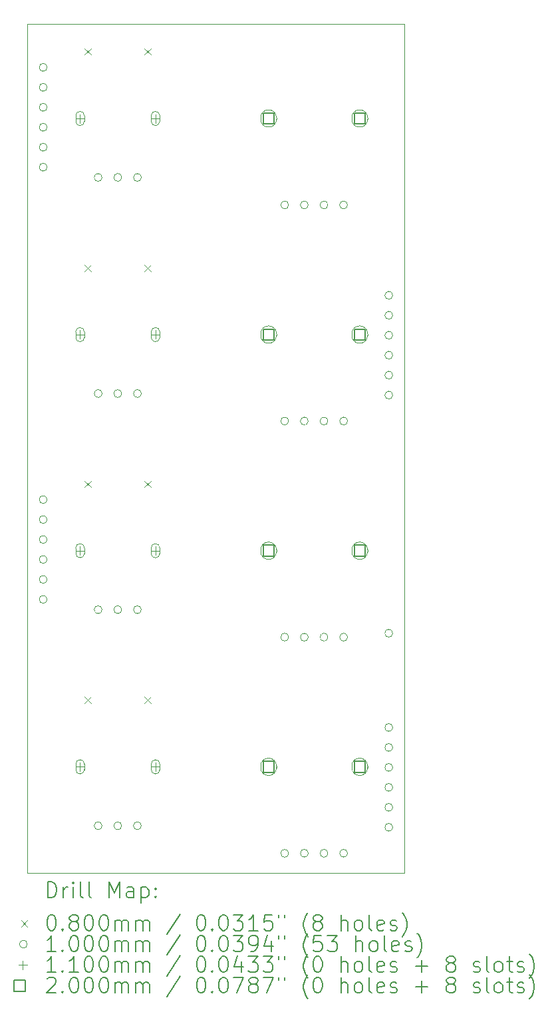
<source format=gbr>
%TF.GenerationSoftware,KiCad,Pcbnew,9.0.4*%
%TF.CreationDate,2025-10-04T20:25:59+02:00*%
%TF.ProjectId,DMH_VCA_Bank_PCB_2,444d485f-5643-4415-9f42-616e6b5f5043,1*%
%TF.SameCoordinates,Original*%
%TF.FileFunction,Drillmap*%
%TF.FilePolarity,Positive*%
%FSLAX45Y45*%
G04 Gerber Fmt 4.5, Leading zero omitted, Abs format (unit mm)*
G04 Created by KiCad (PCBNEW 9.0.4) date 2025-10-04 20:25:59*
%MOMM*%
%LPD*%
G01*
G04 APERTURE LIST*
%ADD10C,0.050000*%
%ADD11C,0.200000*%
%ADD12C,0.100000*%
%ADD13C,0.110000*%
G04 APERTURE END LIST*
D10*
X5100000Y-4250000D02*
X5100000Y-15050000D01*
X9900000Y-15050000D02*
X9900000Y-4250000D01*
X5100000Y-15050000D02*
X9900000Y-15050000D01*
X9900000Y-4250000D02*
X5100000Y-4250000D01*
D11*
D12*
X5829000Y-4560000D02*
X5909000Y-4640000D01*
X5909000Y-4560000D02*
X5829000Y-4640000D01*
X5829000Y-7315000D02*
X5909000Y-7395000D01*
X5909000Y-7315000D02*
X5829000Y-7395000D01*
X5829000Y-10060000D02*
X5909000Y-10140000D01*
X5909000Y-10060000D02*
X5829000Y-10140000D01*
X5829000Y-12810000D02*
X5909000Y-12890000D01*
X5909000Y-12810000D02*
X5829000Y-12890000D01*
X6591000Y-4560000D02*
X6671000Y-4640000D01*
X6671000Y-4560000D02*
X6591000Y-4640000D01*
X6591000Y-7315000D02*
X6671000Y-7395000D01*
X6671000Y-7315000D02*
X6591000Y-7395000D01*
X6591000Y-10060000D02*
X6671000Y-10140000D01*
X6671000Y-10060000D02*
X6591000Y-10140000D01*
X6591000Y-12810000D02*
X6671000Y-12890000D01*
X6671000Y-12810000D02*
X6591000Y-12890000D01*
X5350000Y-4800000D02*
G75*
G02*
X5250000Y-4800000I-50000J0D01*
G01*
X5250000Y-4800000D02*
G75*
G02*
X5350000Y-4800000I50000J0D01*
G01*
X5350000Y-5054000D02*
G75*
G02*
X5250000Y-5054000I-50000J0D01*
G01*
X5250000Y-5054000D02*
G75*
G02*
X5350000Y-5054000I50000J0D01*
G01*
X5350000Y-5308000D02*
G75*
G02*
X5250000Y-5308000I-50000J0D01*
G01*
X5250000Y-5308000D02*
G75*
G02*
X5350000Y-5308000I50000J0D01*
G01*
X5350000Y-5562000D02*
G75*
G02*
X5250000Y-5562000I-50000J0D01*
G01*
X5250000Y-5562000D02*
G75*
G02*
X5350000Y-5562000I50000J0D01*
G01*
X5350000Y-5816000D02*
G75*
G02*
X5250000Y-5816000I-50000J0D01*
G01*
X5250000Y-5816000D02*
G75*
G02*
X5350000Y-5816000I50000J0D01*
G01*
X5350000Y-6070000D02*
G75*
G02*
X5250000Y-6070000I-50000J0D01*
G01*
X5250000Y-6070000D02*
G75*
G02*
X5350000Y-6070000I50000J0D01*
G01*
X5350000Y-10300000D02*
G75*
G02*
X5250000Y-10300000I-50000J0D01*
G01*
X5250000Y-10300000D02*
G75*
G02*
X5350000Y-10300000I50000J0D01*
G01*
X5350000Y-10554000D02*
G75*
G02*
X5250000Y-10554000I-50000J0D01*
G01*
X5250000Y-10554000D02*
G75*
G02*
X5350000Y-10554000I50000J0D01*
G01*
X5350000Y-10808000D02*
G75*
G02*
X5250000Y-10808000I-50000J0D01*
G01*
X5250000Y-10808000D02*
G75*
G02*
X5350000Y-10808000I50000J0D01*
G01*
X5350000Y-11062000D02*
G75*
G02*
X5250000Y-11062000I-50000J0D01*
G01*
X5250000Y-11062000D02*
G75*
G02*
X5350000Y-11062000I50000J0D01*
G01*
X5350000Y-11316000D02*
G75*
G02*
X5250000Y-11316000I-50000J0D01*
G01*
X5250000Y-11316000D02*
G75*
G02*
X5350000Y-11316000I50000J0D01*
G01*
X5350000Y-11570000D02*
G75*
G02*
X5250000Y-11570000I-50000J0D01*
G01*
X5250000Y-11570000D02*
G75*
G02*
X5350000Y-11570000I50000J0D01*
G01*
X6050000Y-6200000D02*
G75*
G02*
X5950000Y-6200000I-50000J0D01*
G01*
X5950000Y-6200000D02*
G75*
G02*
X6050000Y-6200000I50000J0D01*
G01*
X6050000Y-8950000D02*
G75*
G02*
X5950000Y-8950000I-50000J0D01*
G01*
X5950000Y-8950000D02*
G75*
G02*
X6050000Y-8950000I50000J0D01*
G01*
X6050000Y-11700000D02*
G75*
G02*
X5950000Y-11700000I-50000J0D01*
G01*
X5950000Y-11700000D02*
G75*
G02*
X6050000Y-11700000I50000J0D01*
G01*
X6050000Y-14450000D02*
G75*
G02*
X5950000Y-14450000I-50000J0D01*
G01*
X5950000Y-14450000D02*
G75*
G02*
X6050000Y-14450000I50000J0D01*
G01*
X6300000Y-6200000D02*
G75*
G02*
X6200000Y-6200000I-50000J0D01*
G01*
X6200000Y-6200000D02*
G75*
G02*
X6300000Y-6200000I50000J0D01*
G01*
X6300000Y-8950000D02*
G75*
G02*
X6200000Y-8950000I-50000J0D01*
G01*
X6200000Y-8950000D02*
G75*
G02*
X6300000Y-8950000I50000J0D01*
G01*
X6300000Y-11700000D02*
G75*
G02*
X6200000Y-11700000I-50000J0D01*
G01*
X6200000Y-11700000D02*
G75*
G02*
X6300000Y-11700000I50000J0D01*
G01*
X6300000Y-14450000D02*
G75*
G02*
X6200000Y-14450000I-50000J0D01*
G01*
X6200000Y-14450000D02*
G75*
G02*
X6300000Y-14450000I50000J0D01*
G01*
X6550000Y-6200000D02*
G75*
G02*
X6450000Y-6200000I-50000J0D01*
G01*
X6450000Y-6200000D02*
G75*
G02*
X6550000Y-6200000I50000J0D01*
G01*
X6550000Y-8950000D02*
G75*
G02*
X6450000Y-8950000I-50000J0D01*
G01*
X6450000Y-8950000D02*
G75*
G02*
X6550000Y-8950000I50000J0D01*
G01*
X6550000Y-11700000D02*
G75*
G02*
X6450000Y-11700000I-50000J0D01*
G01*
X6450000Y-11700000D02*
G75*
G02*
X6550000Y-11700000I50000J0D01*
G01*
X6550000Y-14450000D02*
G75*
G02*
X6450000Y-14450000I-50000J0D01*
G01*
X6450000Y-14450000D02*
G75*
G02*
X6550000Y-14450000I50000J0D01*
G01*
X8425000Y-6550000D02*
G75*
G02*
X8325000Y-6550000I-50000J0D01*
G01*
X8325000Y-6550000D02*
G75*
G02*
X8425000Y-6550000I50000J0D01*
G01*
X8425000Y-9300000D02*
G75*
G02*
X8325000Y-9300000I-50000J0D01*
G01*
X8325000Y-9300000D02*
G75*
G02*
X8425000Y-9300000I50000J0D01*
G01*
X8425000Y-12050000D02*
G75*
G02*
X8325000Y-12050000I-50000J0D01*
G01*
X8325000Y-12050000D02*
G75*
G02*
X8425000Y-12050000I50000J0D01*
G01*
X8425000Y-14800000D02*
G75*
G02*
X8325000Y-14800000I-50000J0D01*
G01*
X8325000Y-14800000D02*
G75*
G02*
X8425000Y-14800000I50000J0D01*
G01*
X8675000Y-6550000D02*
G75*
G02*
X8575000Y-6550000I-50000J0D01*
G01*
X8575000Y-6550000D02*
G75*
G02*
X8675000Y-6550000I50000J0D01*
G01*
X8675000Y-9300000D02*
G75*
G02*
X8575000Y-9300000I-50000J0D01*
G01*
X8575000Y-9300000D02*
G75*
G02*
X8675000Y-9300000I50000J0D01*
G01*
X8675000Y-12050000D02*
G75*
G02*
X8575000Y-12050000I-50000J0D01*
G01*
X8575000Y-12050000D02*
G75*
G02*
X8675000Y-12050000I50000J0D01*
G01*
X8675000Y-14800000D02*
G75*
G02*
X8575000Y-14800000I-50000J0D01*
G01*
X8575000Y-14800000D02*
G75*
G02*
X8675000Y-14800000I50000J0D01*
G01*
X8925000Y-6550000D02*
G75*
G02*
X8825000Y-6550000I-50000J0D01*
G01*
X8825000Y-6550000D02*
G75*
G02*
X8925000Y-6550000I50000J0D01*
G01*
X8925000Y-9300000D02*
G75*
G02*
X8825000Y-9300000I-50000J0D01*
G01*
X8825000Y-9300000D02*
G75*
G02*
X8925000Y-9300000I50000J0D01*
G01*
X8925000Y-12050000D02*
G75*
G02*
X8825000Y-12050000I-50000J0D01*
G01*
X8825000Y-12050000D02*
G75*
G02*
X8925000Y-12050000I50000J0D01*
G01*
X8925000Y-14800000D02*
G75*
G02*
X8825000Y-14800000I-50000J0D01*
G01*
X8825000Y-14800000D02*
G75*
G02*
X8925000Y-14800000I50000J0D01*
G01*
X9175000Y-6550000D02*
G75*
G02*
X9075000Y-6550000I-50000J0D01*
G01*
X9075000Y-6550000D02*
G75*
G02*
X9175000Y-6550000I50000J0D01*
G01*
X9175000Y-9300000D02*
G75*
G02*
X9075000Y-9300000I-50000J0D01*
G01*
X9075000Y-9300000D02*
G75*
G02*
X9175000Y-9300000I50000J0D01*
G01*
X9175000Y-12050000D02*
G75*
G02*
X9075000Y-12050000I-50000J0D01*
G01*
X9075000Y-12050000D02*
G75*
G02*
X9175000Y-12050000I50000J0D01*
G01*
X9175000Y-14800000D02*
G75*
G02*
X9075000Y-14800000I-50000J0D01*
G01*
X9075000Y-14800000D02*
G75*
G02*
X9175000Y-14800000I50000J0D01*
G01*
X9750000Y-7700000D02*
G75*
G02*
X9650000Y-7700000I-50000J0D01*
G01*
X9650000Y-7700000D02*
G75*
G02*
X9750000Y-7700000I50000J0D01*
G01*
X9750000Y-7954000D02*
G75*
G02*
X9650000Y-7954000I-50000J0D01*
G01*
X9650000Y-7954000D02*
G75*
G02*
X9750000Y-7954000I50000J0D01*
G01*
X9750000Y-8208000D02*
G75*
G02*
X9650000Y-8208000I-50000J0D01*
G01*
X9650000Y-8208000D02*
G75*
G02*
X9750000Y-8208000I50000J0D01*
G01*
X9750000Y-8462000D02*
G75*
G02*
X9650000Y-8462000I-50000J0D01*
G01*
X9650000Y-8462000D02*
G75*
G02*
X9750000Y-8462000I50000J0D01*
G01*
X9750000Y-8716000D02*
G75*
G02*
X9650000Y-8716000I-50000J0D01*
G01*
X9650000Y-8716000D02*
G75*
G02*
X9750000Y-8716000I50000J0D01*
G01*
X9750000Y-8970000D02*
G75*
G02*
X9650000Y-8970000I-50000J0D01*
G01*
X9650000Y-8970000D02*
G75*
G02*
X9750000Y-8970000I50000J0D01*
G01*
X9750000Y-12000000D02*
G75*
G02*
X9650000Y-12000000I-50000J0D01*
G01*
X9650000Y-12000000D02*
G75*
G02*
X9750000Y-12000000I50000J0D01*
G01*
X9750000Y-13200000D02*
G75*
G02*
X9650000Y-13200000I-50000J0D01*
G01*
X9650000Y-13200000D02*
G75*
G02*
X9750000Y-13200000I50000J0D01*
G01*
X9750000Y-13454000D02*
G75*
G02*
X9650000Y-13454000I-50000J0D01*
G01*
X9650000Y-13454000D02*
G75*
G02*
X9750000Y-13454000I50000J0D01*
G01*
X9750000Y-13708000D02*
G75*
G02*
X9650000Y-13708000I-50000J0D01*
G01*
X9650000Y-13708000D02*
G75*
G02*
X9750000Y-13708000I50000J0D01*
G01*
X9750000Y-13962000D02*
G75*
G02*
X9650000Y-13962000I-50000J0D01*
G01*
X9650000Y-13962000D02*
G75*
G02*
X9750000Y-13962000I50000J0D01*
G01*
X9750000Y-14216000D02*
G75*
G02*
X9650000Y-14216000I-50000J0D01*
G01*
X9650000Y-14216000D02*
G75*
G02*
X9750000Y-14216000I50000J0D01*
G01*
X9750000Y-14470000D02*
G75*
G02*
X9650000Y-14470000I-50000J0D01*
G01*
X9650000Y-14470000D02*
G75*
G02*
X9750000Y-14470000I50000J0D01*
G01*
D13*
X5770000Y-5395000D02*
X5770000Y-5505000D01*
X5715000Y-5450000D02*
X5825000Y-5450000D01*
D12*
X5825000Y-5485000D02*
X5825000Y-5415000D01*
X5715000Y-5415000D02*
G75*
G02*
X5825000Y-5415000I55000J0D01*
G01*
X5715000Y-5415000D02*
X5715000Y-5485000D01*
X5715000Y-5485000D02*
G75*
G03*
X5825000Y-5485000I55000J0D01*
G01*
D13*
X5770000Y-8145000D02*
X5770000Y-8255000D01*
X5715000Y-8200000D02*
X5825000Y-8200000D01*
D12*
X5825000Y-8235000D02*
X5825000Y-8165000D01*
X5715000Y-8165000D02*
G75*
G02*
X5825000Y-8165000I55000J0D01*
G01*
X5715000Y-8165000D02*
X5715000Y-8235000D01*
X5715000Y-8235000D02*
G75*
G03*
X5825000Y-8235000I55000J0D01*
G01*
D13*
X5770000Y-10895000D02*
X5770000Y-11005000D01*
X5715000Y-10950000D02*
X5825000Y-10950000D01*
D12*
X5825000Y-10985000D02*
X5825000Y-10915000D01*
X5715000Y-10915000D02*
G75*
G02*
X5825000Y-10915000I55000J0D01*
G01*
X5715000Y-10915000D02*
X5715000Y-10985000D01*
X5715000Y-10985000D02*
G75*
G03*
X5825000Y-10985000I55000J0D01*
G01*
D13*
X5770000Y-13645000D02*
X5770000Y-13755000D01*
X5715000Y-13700000D02*
X5825000Y-13700000D01*
D12*
X5825000Y-13735000D02*
X5825000Y-13665000D01*
X5715000Y-13665000D02*
G75*
G02*
X5825000Y-13665000I55000J0D01*
G01*
X5715000Y-13665000D02*
X5715000Y-13735000D01*
X5715000Y-13735000D02*
G75*
G03*
X5825000Y-13735000I55000J0D01*
G01*
D13*
X6730000Y-5395000D02*
X6730000Y-5505000D01*
X6675000Y-5450000D02*
X6785000Y-5450000D01*
D12*
X6785000Y-5485000D02*
X6785000Y-5415000D01*
X6675000Y-5415000D02*
G75*
G02*
X6785000Y-5415000I55000J0D01*
G01*
X6675000Y-5415000D02*
X6675000Y-5485000D01*
X6675000Y-5485000D02*
G75*
G03*
X6785000Y-5485000I55000J0D01*
G01*
D13*
X6730000Y-8145000D02*
X6730000Y-8255000D01*
X6675000Y-8200000D02*
X6785000Y-8200000D01*
D12*
X6785000Y-8235000D02*
X6785000Y-8165000D01*
X6675000Y-8165000D02*
G75*
G02*
X6785000Y-8165000I55000J0D01*
G01*
X6675000Y-8165000D02*
X6675000Y-8235000D01*
X6675000Y-8235000D02*
G75*
G03*
X6785000Y-8235000I55000J0D01*
G01*
D13*
X6730000Y-10895000D02*
X6730000Y-11005000D01*
X6675000Y-10950000D02*
X6785000Y-10950000D01*
D12*
X6785000Y-10985000D02*
X6785000Y-10915000D01*
X6675000Y-10915000D02*
G75*
G02*
X6785000Y-10915000I55000J0D01*
G01*
X6675000Y-10915000D02*
X6675000Y-10985000D01*
X6675000Y-10985000D02*
G75*
G03*
X6785000Y-10985000I55000J0D01*
G01*
D13*
X6730000Y-13645000D02*
X6730000Y-13755000D01*
X6675000Y-13700000D02*
X6785000Y-13700000D01*
D12*
X6785000Y-13735000D02*
X6785000Y-13665000D01*
X6675000Y-13665000D02*
G75*
G02*
X6785000Y-13665000I55000J0D01*
G01*
X6675000Y-13665000D02*
X6675000Y-13735000D01*
X6675000Y-13735000D02*
G75*
G03*
X6785000Y-13735000I55000J0D01*
G01*
D11*
X8240711Y-5520711D02*
X8240711Y-5379289D01*
X8099289Y-5379289D01*
X8099289Y-5520711D01*
X8240711Y-5520711D01*
D12*
X8070000Y-5440000D02*
X8070000Y-5460000D01*
X8270000Y-5460000D02*
G75*
G02*
X8070000Y-5460000I-100000J0D01*
G01*
X8270000Y-5460000D02*
X8270000Y-5440000D01*
X8270000Y-5440000D02*
G75*
G03*
X8070000Y-5440000I-100000J0D01*
G01*
D11*
X8240711Y-8270711D02*
X8240711Y-8129289D01*
X8099289Y-8129289D01*
X8099289Y-8270711D01*
X8240711Y-8270711D01*
D12*
X8070000Y-8190000D02*
X8070000Y-8210000D01*
X8270000Y-8210000D02*
G75*
G02*
X8070000Y-8210000I-100000J0D01*
G01*
X8270000Y-8210000D02*
X8270000Y-8190000D01*
X8270000Y-8190000D02*
G75*
G03*
X8070000Y-8190000I-100000J0D01*
G01*
D11*
X8240711Y-11020711D02*
X8240711Y-10879289D01*
X8099289Y-10879289D01*
X8099289Y-11020711D01*
X8240711Y-11020711D01*
D12*
X8070000Y-10940000D02*
X8070000Y-10960000D01*
X8270000Y-10960000D02*
G75*
G02*
X8070000Y-10960000I-100000J0D01*
G01*
X8270000Y-10960000D02*
X8270000Y-10940000D01*
X8270000Y-10940000D02*
G75*
G03*
X8070000Y-10940000I-100000J0D01*
G01*
D11*
X8240711Y-13770711D02*
X8240711Y-13629289D01*
X8099289Y-13629289D01*
X8099289Y-13770711D01*
X8240711Y-13770711D01*
D12*
X8070000Y-13690000D02*
X8070000Y-13710000D01*
X8270000Y-13710000D02*
G75*
G02*
X8070000Y-13710000I-100000J0D01*
G01*
X8270000Y-13710000D02*
X8270000Y-13690000D01*
X8270000Y-13690000D02*
G75*
G03*
X8070000Y-13690000I-100000J0D01*
G01*
D11*
X9400711Y-5520711D02*
X9400711Y-5379289D01*
X9259289Y-5379289D01*
X9259289Y-5520711D01*
X9400711Y-5520711D01*
D12*
X9230000Y-5440000D02*
X9230000Y-5460000D01*
X9430000Y-5460000D02*
G75*
G02*
X9230000Y-5460000I-100000J0D01*
G01*
X9430000Y-5460000D02*
X9430000Y-5440000D01*
X9430000Y-5440000D02*
G75*
G03*
X9230000Y-5440000I-100000J0D01*
G01*
D11*
X9400711Y-8270711D02*
X9400711Y-8129289D01*
X9259289Y-8129289D01*
X9259289Y-8270711D01*
X9400711Y-8270711D01*
D12*
X9230000Y-8190000D02*
X9230000Y-8210000D01*
X9430000Y-8210000D02*
G75*
G02*
X9230000Y-8210000I-100000J0D01*
G01*
X9430000Y-8210000D02*
X9430000Y-8190000D01*
X9430000Y-8190000D02*
G75*
G03*
X9230000Y-8190000I-100000J0D01*
G01*
D11*
X9400711Y-11020711D02*
X9400711Y-10879289D01*
X9259289Y-10879289D01*
X9259289Y-11020711D01*
X9400711Y-11020711D01*
D12*
X9230000Y-10940000D02*
X9230000Y-10960000D01*
X9430000Y-10960000D02*
G75*
G02*
X9230000Y-10960000I-100000J0D01*
G01*
X9430000Y-10960000D02*
X9430000Y-10940000D01*
X9430000Y-10940000D02*
G75*
G03*
X9230000Y-10940000I-100000J0D01*
G01*
D11*
X9400711Y-13770711D02*
X9400711Y-13629289D01*
X9259289Y-13629289D01*
X9259289Y-13770711D01*
X9400711Y-13770711D01*
D12*
X9230000Y-13690000D02*
X9230000Y-13710000D01*
X9430000Y-13710000D02*
G75*
G02*
X9230000Y-13710000I-100000J0D01*
G01*
X9430000Y-13710000D02*
X9430000Y-13690000D01*
X9430000Y-13690000D02*
G75*
G03*
X9230000Y-13690000I-100000J0D01*
G01*
D11*
X5358277Y-15363984D02*
X5358277Y-15163984D01*
X5358277Y-15163984D02*
X5405896Y-15163984D01*
X5405896Y-15163984D02*
X5434467Y-15173508D01*
X5434467Y-15173508D02*
X5453515Y-15192555D01*
X5453515Y-15192555D02*
X5463039Y-15211603D01*
X5463039Y-15211603D02*
X5472563Y-15249698D01*
X5472563Y-15249698D02*
X5472563Y-15278269D01*
X5472563Y-15278269D02*
X5463039Y-15316365D01*
X5463039Y-15316365D02*
X5453515Y-15335412D01*
X5453515Y-15335412D02*
X5434467Y-15354460D01*
X5434467Y-15354460D02*
X5405896Y-15363984D01*
X5405896Y-15363984D02*
X5358277Y-15363984D01*
X5558277Y-15363984D02*
X5558277Y-15230650D01*
X5558277Y-15268746D02*
X5567801Y-15249698D01*
X5567801Y-15249698D02*
X5577324Y-15240174D01*
X5577324Y-15240174D02*
X5596372Y-15230650D01*
X5596372Y-15230650D02*
X5615420Y-15230650D01*
X5682086Y-15363984D02*
X5682086Y-15230650D01*
X5682086Y-15163984D02*
X5672562Y-15173508D01*
X5672562Y-15173508D02*
X5682086Y-15183031D01*
X5682086Y-15183031D02*
X5691610Y-15173508D01*
X5691610Y-15173508D02*
X5682086Y-15163984D01*
X5682086Y-15163984D02*
X5682086Y-15183031D01*
X5805896Y-15363984D02*
X5786848Y-15354460D01*
X5786848Y-15354460D02*
X5777324Y-15335412D01*
X5777324Y-15335412D02*
X5777324Y-15163984D01*
X5910658Y-15363984D02*
X5891610Y-15354460D01*
X5891610Y-15354460D02*
X5882086Y-15335412D01*
X5882086Y-15335412D02*
X5882086Y-15163984D01*
X6139229Y-15363984D02*
X6139229Y-15163984D01*
X6139229Y-15163984D02*
X6205896Y-15306841D01*
X6205896Y-15306841D02*
X6272562Y-15163984D01*
X6272562Y-15163984D02*
X6272562Y-15363984D01*
X6453515Y-15363984D02*
X6453515Y-15259222D01*
X6453515Y-15259222D02*
X6443991Y-15240174D01*
X6443991Y-15240174D02*
X6424943Y-15230650D01*
X6424943Y-15230650D02*
X6386848Y-15230650D01*
X6386848Y-15230650D02*
X6367801Y-15240174D01*
X6453515Y-15354460D02*
X6434467Y-15363984D01*
X6434467Y-15363984D02*
X6386848Y-15363984D01*
X6386848Y-15363984D02*
X6367801Y-15354460D01*
X6367801Y-15354460D02*
X6358277Y-15335412D01*
X6358277Y-15335412D02*
X6358277Y-15316365D01*
X6358277Y-15316365D02*
X6367801Y-15297317D01*
X6367801Y-15297317D02*
X6386848Y-15287793D01*
X6386848Y-15287793D02*
X6434467Y-15287793D01*
X6434467Y-15287793D02*
X6453515Y-15278269D01*
X6548753Y-15230650D02*
X6548753Y-15430650D01*
X6548753Y-15240174D02*
X6567801Y-15230650D01*
X6567801Y-15230650D02*
X6605896Y-15230650D01*
X6605896Y-15230650D02*
X6624943Y-15240174D01*
X6624943Y-15240174D02*
X6634467Y-15249698D01*
X6634467Y-15249698D02*
X6643991Y-15268746D01*
X6643991Y-15268746D02*
X6643991Y-15325888D01*
X6643991Y-15325888D02*
X6634467Y-15344936D01*
X6634467Y-15344936D02*
X6624943Y-15354460D01*
X6624943Y-15354460D02*
X6605896Y-15363984D01*
X6605896Y-15363984D02*
X6567801Y-15363984D01*
X6567801Y-15363984D02*
X6548753Y-15354460D01*
X6729705Y-15344936D02*
X6739229Y-15354460D01*
X6739229Y-15354460D02*
X6729705Y-15363984D01*
X6729705Y-15363984D02*
X6720182Y-15354460D01*
X6720182Y-15354460D02*
X6729705Y-15344936D01*
X6729705Y-15344936D02*
X6729705Y-15363984D01*
X6729705Y-15240174D02*
X6739229Y-15249698D01*
X6739229Y-15249698D02*
X6729705Y-15259222D01*
X6729705Y-15259222D02*
X6720182Y-15249698D01*
X6720182Y-15249698D02*
X6729705Y-15240174D01*
X6729705Y-15240174D02*
X6729705Y-15259222D01*
D12*
X5017500Y-15652500D02*
X5097500Y-15732500D01*
X5097500Y-15652500D02*
X5017500Y-15732500D01*
D11*
X5396372Y-15583984D02*
X5415420Y-15583984D01*
X5415420Y-15583984D02*
X5434467Y-15593508D01*
X5434467Y-15593508D02*
X5443991Y-15603031D01*
X5443991Y-15603031D02*
X5453515Y-15622079D01*
X5453515Y-15622079D02*
X5463039Y-15660174D01*
X5463039Y-15660174D02*
X5463039Y-15707793D01*
X5463039Y-15707793D02*
X5453515Y-15745888D01*
X5453515Y-15745888D02*
X5443991Y-15764936D01*
X5443991Y-15764936D02*
X5434467Y-15774460D01*
X5434467Y-15774460D02*
X5415420Y-15783984D01*
X5415420Y-15783984D02*
X5396372Y-15783984D01*
X5396372Y-15783984D02*
X5377324Y-15774460D01*
X5377324Y-15774460D02*
X5367801Y-15764936D01*
X5367801Y-15764936D02*
X5358277Y-15745888D01*
X5358277Y-15745888D02*
X5348753Y-15707793D01*
X5348753Y-15707793D02*
X5348753Y-15660174D01*
X5348753Y-15660174D02*
X5358277Y-15622079D01*
X5358277Y-15622079D02*
X5367801Y-15603031D01*
X5367801Y-15603031D02*
X5377324Y-15593508D01*
X5377324Y-15593508D02*
X5396372Y-15583984D01*
X5548753Y-15764936D02*
X5558277Y-15774460D01*
X5558277Y-15774460D02*
X5548753Y-15783984D01*
X5548753Y-15783984D02*
X5539229Y-15774460D01*
X5539229Y-15774460D02*
X5548753Y-15764936D01*
X5548753Y-15764936D02*
X5548753Y-15783984D01*
X5672562Y-15669698D02*
X5653515Y-15660174D01*
X5653515Y-15660174D02*
X5643991Y-15650650D01*
X5643991Y-15650650D02*
X5634467Y-15631603D01*
X5634467Y-15631603D02*
X5634467Y-15622079D01*
X5634467Y-15622079D02*
X5643991Y-15603031D01*
X5643991Y-15603031D02*
X5653515Y-15593508D01*
X5653515Y-15593508D02*
X5672562Y-15583984D01*
X5672562Y-15583984D02*
X5710658Y-15583984D01*
X5710658Y-15583984D02*
X5729705Y-15593508D01*
X5729705Y-15593508D02*
X5739229Y-15603031D01*
X5739229Y-15603031D02*
X5748753Y-15622079D01*
X5748753Y-15622079D02*
X5748753Y-15631603D01*
X5748753Y-15631603D02*
X5739229Y-15650650D01*
X5739229Y-15650650D02*
X5729705Y-15660174D01*
X5729705Y-15660174D02*
X5710658Y-15669698D01*
X5710658Y-15669698D02*
X5672562Y-15669698D01*
X5672562Y-15669698D02*
X5653515Y-15679222D01*
X5653515Y-15679222D02*
X5643991Y-15688746D01*
X5643991Y-15688746D02*
X5634467Y-15707793D01*
X5634467Y-15707793D02*
X5634467Y-15745888D01*
X5634467Y-15745888D02*
X5643991Y-15764936D01*
X5643991Y-15764936D02*
X5653515Y-15774460D01*
X5653515Y-15774460D02*
X5672562Y-15783984D01*
X5672562Y-15783984D02*
X5710658Y-15783984D01*
X5710658Y-15783984D02*
X5729705Y-15774460D01*
X5729705Y-15774460D02*
X5739229Y-15764936D01*
X5739229Y-15764936D02*
X5748753Y-15745888D01*
X5748753Y-15745888D02*
X5748753Y-15707793D01*
X5748753Y-15707793D02*
X5739229Y-15688746D01*
X5739229Y-15688746D02*
X5729705Y-15679222D01*
X5729705Y-15679222D02*
X5710658Y-15669698D01*
X5872562Y-15583984D02*
X5891610Y-15583984D01*
X5891610Y-15583984D02*
X5910658Y-15593508D01*
X5910658Y-15593508D02*
X5920182Y-15603031D01*
X5920182Y-15603031D02*
X5929705Y-15622079D01*
X5929705Y-15622079D02*
X5939229Y-15660174D01*
X5939229Y-15660174D02*
X5939229Y-15707793D01*
X5939229Y-15707793D02*
X5929705Y-15745888D01*
X5929705Y-15745888D02*
X5920182Y-15764936D01*
X5920182Y-15764936D02*
X5910658Y-15774460D01*
X5910658Y-15774460D02*
X5891610Y-15783984D01*
X5891610Y-15783984D02*
X5872562Y-15783984D01*
X5872562Y-15783984D02*
X5853515Y-15774460D01*
X5853515Y-15774460D02*
X5843991Y-15764936D01*
X5843991Y-15764936D02*
X5834467Y-15745888D01*
X5834467Y-15745888D02*
X5824943Y-15707793D01*
X5824943Y-15707793D02*
X5824943Y-15660174D01*
X5824943Y-15660174D02*
X5834467Y-15622079D01*
X5834467Y-15622079D02*
X5843991Y-15603031D01*
X5843991Y-15603031D02*
X5853515Y-15593508D01*
X5853515Y-15593508D02*
X5872562Y-15583984D01*
X6063039Y-15583984D02*
X6082086Y-15583984D01*
X6082086Y-15583984D02*
X6101134Y-15593508D01*
X6101134Y-15593508D02*
X6110658Y-15603031D01*
X6110658Y-15603031D02*
X6120182Y-15622079D01*
X6120182Y-15622079D02*
X6129705Y-15660174D01*
X6129705Y-15660174D02*
X6129705Y-15707793D01*
X6129705Y-15707793D02*
X6120182Y-15745888D01*
X6120182Y-15745888D02*
X6110658Y-15764936D01*
X6110658Y-15764936D02*
X6101134Y-15774460D01*
X6101134Y-15774460D02*
X6082086Y-15783984D01*
X6082086Y-15783984D02*
X6063039Y-15783984D01*
X6063039Y-15783984D02*
X6043991Y-15774460D01*
X6043991Y-15774460D02*
X6034467Y-15764936D01*
X6034467Y-15764936D02*
X6024943Y-15745888D01*
X6024943Y-15745888D02*
X6015420Y-15707793D01*
X6015420Y-15707793D02*
X6015420Y-15660174D01*
X6015420Y-15660174D02*
X6024943Y-15622079D01*
X6024943Y-15622079D02*
X6034467Y-15603031D01*
X6034467Y-15603031D02*
X6043991Y-15593508D01*
X6043991Y-15593508D02*
X6063039Y-15583984D01*
X6215420Y-15783984D02*
X6215420Y-15650650D01*
X6215420Y-15669698D02*
X6224943Y-15660174D01*
X6224943Y-15660174D02*
X6243991Y-15650650D01*
X6243991Y-15650650D02*
X6272563Y-15650650D01*
X6272563Y-15650650D02*
X6291610Y-15660174D01*
X6291610Y-15660174D02*
X6301134Y-15679222D01*
X6301134Y-15679222D02*
X6301134Y-15783984D01*
X6301134Y-15679222D02*
X6310658Y-15660174D01*
X6310658Y-15660174D02*
X6329705Y-15650650D01*
X6329705Y-15650650D02*
X6358277Y-15650650D01*
X6358277Y-15650650D02*
X6377324Y-15660174D01*
X6377324Y-15660174D02*
X6386848Y-15679222D01*
X6386848Y-15679222D02*
X6386848Y-15783984D01*
X6482086Y-15783984D02*
X6482086Y-15650650D01*
X6482086Y-15669698D02*
X6491610Y-15660174D01*
X6491610Y-15660174D02*
X6510658Y-15650650D01*
X6510658Y-15650650D02*
X6539229Y-15650650D01*
X6539229Y-15650650D02*
X6558277Y-15660174D01*
X6558277Y-15660174D02*
X6567801Y-15679222D01*
X6567801Y-15679222D02*
X6567801Y-15783984D01*
X6567801Y-15679222D02*
X6577324Y-15660174D01*
X6577324Y-15660174D02*
X6596372Y-15650650D01*
X6596372Y-15650650D02*
X6624943Y-15650650D01*
X6624943Y-15650650D02*
X6643991Y-15660174D01*
X6643991Y-15660174D02*
X6653515Y-15679222D01*
X6653515Y-15679222D02*
X6653515Y-15783984D01*
X7043991Y-15574460D02*
X6872563Y-15831603D01*
X7301134Y-15583984D02*
X7320182Y-15583984D01*
X7320182Y-15583984D02*
X7339229Y-15593508D01*
X7339229Y-15593508D02*
X7348753Y-15603031D01*
X7348753Y-15603031D02*
X7358277Y-15622079D01*
X7358277Y-15622079D02*
X7367801Y-15660174D01*
X7367801Y-15660174D02*
X7367801Y-15707793D01*
X7367801Y-15707793D02*
X7358277Y-15745888D01*
X7358277Y-15745888D02*
X7348753Y-15764936D01*
X7348753Y-15764936D02*
X7339229Y-15774460D01*
X7339229Y-15774460D02*
X7320182Y-15783984D01*
X7320182Y-15783984D02*
X7301134Y-15783984D01*
X7301134Y-15783984D02*
X7282086Y-15774460D01*
X7282086Y-15774460D02*
X7272563Y-15764936D01*
X7272563Y-15764936D02*
X7263039Y-15745888D01*
X7263039Y-15745888D02*
X7253515Y-15707793D01*
X7253515Y-15707793D02*
X7253515Y-15660174D01*
X7253515Y-15660174D02*
X7263039Y-15622079D01*
X7263039Y-15622079D02*
X7272563Y-15603031D01*
X7272563Y-15603031D02*
X7282086Y-15593508D01*
X7282086Y-15593508D02*
X7301134Y-15583984D01*
X7453515Y-15764936D02*
X7463039Y-15774460D01*
X7463039Y-15774460D02*
X7453515Y-15783984D01*
X7453515Y-15783984D02*
X7443991Y-15774460D01*
X7443991Y-15774460D02*
X7453515Y-15764936D01*
X7453515Y-15764936D02*
X7453515Y-15783984D01*
X7586848Y-15583984D02*
X7605896Y-15583984D01*
X7605896Y-15583984D02*
X7624944Y-15593508D01*
X7624944Y-15593508D02*
X7634467Y-15603031D01*
X7634467Y-15603031D02*
X7643991Y-15622079D01*
X7643991Y-15622079D02*
X7653515Y-15660174D01*
X7653515Y-15660174D02*
X7653515Y-15707793D01*
X7653515Y-15707793D02*
X7643991Y-15745888D01*
X7643991Y-15745888D02*
X7634467Y-15764936D01*
X7634467Y-15764936D02*
X7624944Y-15774460D01*
X7624944Y-15774460D02*
X7605896Y-15783984D01*
X7605896Y-15783984D02*
X7586848Y-15783984D01*
X7586848Y-15783984D02*
X7567801Y-15774460D01*
X7567801Y-15774460D02*
X7558277Y-15764936D01*
X7558277Y-15764936D02*
X7548753Y-15745888D01*
X7548753Y-15745888D02*
X7539229Y-15707793D01*
X7539229Y-15707793D02*
X7539229Y-15660174D01*
X7539229Y-15660174D02*
X7548753Y-15622079D01*
X7548753Y-15622079D02*
X7558277Y-15603031D01*
X7558277Y-15603031D02*
X7567801Y-15593508D01*
X7567801Y-15593508D02*
X7586848Y-15583984D01*
X7720182Y-15583984D02*
X7843991Y-15583984D01*
X7843991Y-15583984D02*
X7777325Y-15660174D01*
X7777325Y-15660174D02*
X7805896Y-15660174D01*
X7805896Y-15660174D02*
X7824944Y-15669698D01*
X7824944Y-15669698D02*
X7834467Y-15679222D01*
X7834467Y-15679222D02*
X7843991Y-15698269D01*
X7843991Y-15698269D02*
X7843991Y-15745888D01*
X7843991Y-15745888D02*
X7834467Y-15764936D01*
X7834467Y-15764936D02*
X7824944Y-15774460D01*
X7824944Y-15774460D02*
X7805896Y-15783984D01*
X7805896Y-15783984D02*
X7748753Y-15783984D01*
X7748753Y-15783984D02*
X7729706Y-15774460D01*
X7729706Y-15774460D02*
X7720182Y-15764936D01*
X8034467Y-15783984D02*
X7920182Y-15783984D01*
X7977325Y-15783984D02*
X7977325Y-15583984D01*
X7977325Y-15583984D02*
X7958277Y-15612555D01*
X7958277Y-15612555D02*
X7939229Y-15631603D01*
X7939229Y-15631603D02*
X7920182Y-15641127D01*
X8215420Y-15583984D02*
X8120182Y-15583984D01*
X8120182Y-15583984D02*
X8110658Y-15679222D01*
X8110658Y-15679222D02*
X8120182Y-15669698D01*
X8120182Y-15669698D02*
X8139229Y-15660174D01*
X8139229Y-15660174D02*
X8186848Y-15660174D01*
X8186848Y-15660174D02*
X8205896Y-15669698D01*
X8205896Y-15669698D02*
X8215420Y-15679222D01*
X8215420Y-15679222D02*
X8224944Y-15698269D01*
X8224944Y-15698269D02*
X8224944Y-15745888D01*
X8224944Y-15745888D02*
X8215420Y-15764936D01*
X8215420Y-15764936D02*
X8205896Y-15774460D01*
X8205896Y-15774460D02*
X8186848Y-15783984D01*
X8186848Y-15783984D02*
X8139229Y-15783984D01*
X8139229Y-15783984D02*
X8120182Y-15774460D01*
X8120182Y-15774460D02*
X8110658Y-15764936D01*
X8301134Y-15583984D02*
X8301134Y-15622079D01*
X8377325Y-15583984D02*
X8377325Y-15622079D01*
X8672563Y-15860174D02*
X8663039Y-15850650D01*
X8663039Y-15850650D02*
X8643991Y-15822079D01*
X8643991Y-15822079D02*
X8634468Y-15803031D01*
X8634468Y-15803031D02*
X8624944Y-15774460D01*
X8624944Y-15774460D02*
X8615420Y-15726841D01*
X8615420Y-15726841D02*
X8615420Y-15688746D01*
X8615420Y-15688746D02*
X8624944Y-15641127D01*
X8624944Y-15641127D02*
X8634468Y-15612555D01*
X8634468Y-15612555D02*
X8643991Y-15593508D01*
X8643991Y-15593508D02*
X8663039Y-15564936D01*
X8663039Y-15564936D02*
X8672563Y-15555412D01*
X8777325Y-15669698D02*
X8758277Y-15660174D01*
X8758277Y-15660174D02*
X8748753Y-15650650D01*
X8748753Y-15650650D02*
X8739230Y-15631603D01*
X8739230Y-15631603D02*
X8739230Y-15622079D01*
X8739230Y-15622079D02*
X8748753Y-15603031D01*
X8748753Y-15603031D02*
X8758277Y-15593508D01*
X8758277Y-15593508D02*
X8777325Y-15583984D01*
X8777325Y-15583984D02*
X8815420Y-15583984D01*
X8815420Y-15583984D02*
X8834468Y-15593508D01*
X8834468Y-15593508D02*
X8843991Y-15603031D01*
X8843991Y-15603031D02*
X8853515Y-15622079D01*
X8853515Y-15622079D02*
X8853515Y-15631603D01*
X8853515Y-15631603D02*
X8843991Y-15650650D01*
X8843991Y-15650650D02*
X8834468Y-15660174D01*
X8834468Y-15660174D02*
X8815420Y-15669698D01*
X8815420Y-15669698D02*
X8777325Y-15669698D01*
X8777325Y-15669698D02*
X8758277Y-15679222D01*
X8758277Y-15679222D02*
X8748753Y-15688746D01*
X8748753Y-15688746D02*
X8739230Y-15707793D01*
X8739230Y-15707793D02*
X8739230Y-15745888D01*
X8739230Y-15745888D02*
X8748753Y-15764936D01*
X8748753Y-15764936D02*
X8758277Y-15774460D01*
X8758277Y-15774460D02*
X8777325Y-15783984D01*
X8777325Y-15783984D02*
X8815420Y-15783984D01*
X8815420Y-15783984D02*
X8834468Y-15774460D01*
X8834468Y-15774460D02*
X8843991Y-15764936D01*
X8843991Y-15764936D02*
X8853515Y-15745888D01*
X8853515Y-15745888D02*
X8853515Y-15707793D01*
X8853515Y-15707793D02*
X8843991Y-15688746D01*
X8843991Y-15688746D02*
X8834468Y-15679222D01*
X8834468Y-15679222D02*
X8815420Y-15669698D01*
X9091611Y-15783984D02*
X9091611Y-15583984D01*
X9177325Y-15783984D02*
X9177325Y-15679222D01*
X9177325Y-15679222D02*
X9167801Y-15660174D01*
X9167801Y-15660174D02*
X9148753Y-15650650D01*
X9148753Y-15650650D02*
X9120182Y-15650650D01*
X9120182Y-15650650D02*
X9101134Y-15660174D01*
X9101134Y-15660174D02*
X9091611Y-15669698D01*
X9301134Y-15783984D02*
X9282087Y-15774460D01*
X9282087Y-15774460D02*
X9272563Y-15764936D01*
X9272563Y-15764936D02*
X9263039Y-15745888D01*
X9263039Y-15745888D02*
X9263039Y-15688746D01*
X9263039Y-15688746D02*
X9272563Y-15669698D01*
X9272563Y-15669698D02*
X9282087Y-15660174D01*
X9282087Y-15660174D02*
X9301134Y-15650650D01*
X9301134Y-15650650D02*
X9329706Y-15650650D01*
X9329706Y-15650650D02*
X9348753Y-15660174D01*
X9348753Y-15660174D02*
X9358277Y-15669698D01*
X9358277Y-15669698D02*
X9367801Y-15688746D01*
X9367801Y-15688746D02*
X9367801Y-15745888D01*
X9367801Y-15745888D02*
X9358277Y-15764936D01*
X9358277Y-15764936D02*
X9348753Y-15774460D01*
X9348753Y-15774460D02*
X9329706Y-15783984D01*
X9329706Y-15783984D02*
X9301134Y-15783984D01*
X9482087Y-15783984D02*
X9463039Y-15774460D01*
X9463039Y-15774460D02*
X9453515Y-15755412D01*
X9453515Y-15755412D02*
X9453515Y-15583984D01*
X9634468Y-15774460D02*
X9615420Y-15783984D01*
X9615420Y-15783984D02*
X9577325Y-15783984D01*
X9577325Y-15783984D02*
X9558277Y-15774460D01*
X9558277Y-15774460D02*
X9548753Y-15755412D01*
X9548753Y-15755412D02*
X9548753Y-15679222D01*
X9548753Y-15679222D02*
X9558277Y-15660174D01*
X9558277Y-15660174D02*
X9577325Y-15650650D01*
X9577325Y-15650650D02*
X9615420Y-15650650D01*
X9615420Y-15650650D02*
X9634468Y-15660174D01*
X9634468Y-15660174D02*
X9643992Y-15679222D01*
X9643992Y-15679222D02*
X9643992Y-15698269D01*
X9643992Y-15698269D02*
X9548753Y-15717317D01*
X9720182Y-15774460D02*
X9739230Y-15783984D01*
X9739230Y-15783984D02*
X9777325Y-15783984D01*
X9777325Y-15783984D02*
X9796373Y-15774460D01*
X9796373Y-15774460D02*
X9805896Y-15755412D01*
X9805896Y-15755412D02*
X9805896Y-15745888D01*
X9805896Y-15745888D02*
X9796373Y-15726841D01*
X9796373Y-15726841D02*
X9777325Y-15717317D01*
X9777325Y-15717317D02*
X9748753Y-15717317D01*
X9748753Y-15717317D02*
X9729706Y-15707793D01*
X9729706Y-15707793D02*
X9720182Y-15688746D01*
X9720182Y-15688746D02*
X9720182Y-15679222D01*
X9720182Y-15679222D02*
X9729706Y-15660174D01*
X9729706Y-15660174D02*
X9748753Y-15650650D01*
X9748753Y-15650650D02*
X9777325Y-15650650D01*
X9777325Y-15650650D02*
X9796373Y-15660174D01*
X9872563Y-15860174D02*
X9882087Y-15850650D01*
X9882087Y-15850650D02*
X9901134Y-15822079D01*
X9901134Y-15822079D02*
X9910658Y-15803031D01*
X9910658Y-15803031D02*
X9920182Y-15774460D01*
X9920182Y-15774460D02*
X9929706Y-15726841D01*
X9929706Y-15726841D02*
X9929706Y-15688746D01*
X9929706Y-15688746D02*
X9920182Y-15641127D01*
X9920182Y-15641127D02*
X9910658Y-15612555D01*
X9910658Y-15612555D02*
X9901134Y-15593508D01*
X9901134Y-15593508D02*
X9882087Y-15564936D01*
X9882087Y-15564936D02*
X9872563Y-15555412D01*
D12*
X5097500Y-15956500D02*
G75*
G02*
X4997500Y-15956500I-50000J0D01*
G01*
X4997500Y-15956500D02*
G75*
G02*
X5097500Y-15956500I50000J0D01*
G01*
D11*
X5463039Y-16047984D02*
X5348753Y-16047984D01*
X5405896Y-16047984D02*
X5405896Y-15847984D01*
X5405896Y-15847984D02*
X5386848Y-15876555D01*
X5386848Y-15876555D02*
X5367801Y-15895603D01*
X5367801Y-15895603D02*
X5348753Y-15905127D01*
X5548753Y-16028936D02*
X5558277Y-16038460D01*
X5558277Y-16038460D02*
X5548753Y-16047984D01*
X5548753Y-16047984D02*
X5539229Y-16038460D01*
X5539229Y-16038460D02*
X5548753Y-16028936D01*
X5548753Y-16028936D02*
X5548753Y-16047984D01*
X5682086Y-15847984D02*
X5701134Y-15847984D01*
X5701134Y-15847984D02*
X5720182Y-15857508D01*
X5720182Y-15857508D02*
X5729705Y-15867031D01*
X5729705Y-15867031D02*
X5739229Y-15886079D01*
X5739229Y-15886079D02*
X5748753Y-15924174D01*
X5748753Y-15924174D02*
X5748753Y-15971793D01*
X5748753Y-15971793D02*
X5739229Y-16009888D01*
X5739229Y-16009888D02*
X5729705Y-16028936D01*
X5729705Y-16028936D02*
X5720182Y-16038460D01*
X5720182Y-16038460D02*
X5701134Y-16047984D01*
X5701134Y-16047984D02*
X5682086Y-16047984D01*
X5682086Y-16047984D02*
X5663039Y-16038460D01*
X5663039Y-16038460D02*
X5653515Y-16028936D01*
X5653515Y-16028936D02*
X5643991Y-16009888D01*
X5643991Y-16009888D02*
X5634467Y-15971793D01*
X5634467Y-15971793D02*
X5634467Y-15924174D01*
X5634467Y-15924174D02*
X5643991Y-15886079D01*
X5643991Y-15886079D02*
X5653515Y-15867031D01*
X5653515Y-15867031D02*
X5663039Y-15857508D01*
X5663039Y-15857508D02*
X5682086Y-15847984D01*
X5872562Y-15847984D02*
X5891610Y-15847984D01*
X5891610Y-15847984D02*
X5910658Y-15857508D01*
X5910658Y-15857508D02*
X5920182Y-15867031D01*
X5920182Y-15867031D02*
X5929705Y-15886079D01*
X5929705Y-15886079D02*
X5939229Y-15924174D01*
X5939229Y-15924174D02*
X5939229Y-15971793D01*
X5939229Y-15971793D02*
X5929705Y-16009888D01*
X5929705Y-16009888D02*
X5920182Y-16028936D01*
X5920182Y-16028936D02*
X5910658Y-16038460D01*
X5910658Y-16038460D02*
X5891610Y-16047984D01*
X5891610Y-16047984D02*
X5872562Y-16047984D01*
X5872562Y-16047984D02*
X5853515Y-16038460D01*
X5853515Y-16038460D02*
X5843991Y-16028936D01*
X5843991Y-16028936D02*
X5834467Y-16009888D01*
X5834467Y-16009888D02*
X5824943Y-15971793D01*
X5824943Y-15971793D02*
X5824943Y-15924174D01*
X5824943Y-15924174D02*
X5834467Y-15886079D01*
X5834467Y-15886079D02*
X5843991Y-15867031D01*
X5843991Y-15867031D02*
X5853515Y-15857508D01*
X5853515Y-15857508D02*
X5872562Y-15847984D01*
X6063039Y-15847984D02*
X6082086Y-15847984D01*
X6082086Y-15847984D02*
X6101134Y-15857508D01*
X6101134Y-15857508D02*
X6110658Y-15867031D01*
X6110658Y-15867031D02*
X6120182Y-15886079D01*
X6120182Y-15886079D02*
X6129705Y-15924174D01*
X6129705Y-15924174D02*
X6129705Y-15971793D01*
X6129705Y-15971793D02*
X6120182Y-16009888D01*
X6120182Y-16009888D02*
X6110658Y-16028936D01*
X6110658Y-16028936D02*
X6101134Y-16038460D01*
X6101134Y-16038460D02*
X6082086Y-16047984D01*
X6082086Y-16047984D02*
X6063039Y-16047984D01*
X6063039Y-16047984D02*
X6043991Y-16038460D01*
X6043991Y-16038460D02*
X6034467Y-16028936D01*
X6034467Y-16028936D02*
X6024943Y-16009888D01*
X6024943Y-16009888D02*
X6015420Y-15971793D01*
X6015420Y-15971793D02*
X6015420Y-15924174D01*
X6015420Y-15924174D02*
X6024943Y-15886079D01*
X6024943Y-15886079D02*
X6034467Y-15867031D01*
X6034467Y-15867031D02*
X6043991Y-15857508D01*
X6043991Y-15857508D02*
X6063039Y-15847984D01*
X6215420Y-16047984D02*
X6215420Y-15914650D01*
X6215420Y-15933698D02*
X6224943Y-15924174D01*
X6224943Y-15924174D02*
X6243991Y-15914650D01*
X6243991Y-15914650D02*
X6272563Y-15914650D01*
X6272563Y-15914650D02*
X6291610Y-15924174D01*
X6291610Y-15924174D02*
X6301134Y-15943222D01*
X6301134Y-15943222D02*
X6301134Y-16047984D01*
X6301134Y-15943222D02*
X6310658Y-15924174D01*
X6310658Y-15924174D02*
X6329705Y-15914650D01*
X6329705Y-15914650D02*
X6358277Y-15914650D01*
X6358277Y-15914650D02*
X6377324Y-15924174D01*
X6377324Y-15924174D02*
X6386848Y-15943222D01*
X6386848Y-15943222D02*
X6386848Y-16047984D01*
X6482086Y-16047984D02*
X6482086Y-15914650D01*
X6482086Y-15933698D02*
X6491610Y-15924174D01*
X6491610Y-15924174D02*
X6510658Y-15914650D01*
X6510658Y-15914650D02*
X6539229Y-15914650D01*
X6539229Y-15914650D02*
X6558277Y-15924174D01*
X6558277Y-15924174D02*
X6567801Y-15943222D01*
X6567801Y-15943222D02*
X6567801Y-16047984D01*
X6567801Y-15943222D02*
X6577324Y-15924174D01*
X6577324Y-15924174D02*
X6596372Y-15914650D01*
X6596372Y-15914650D02*
X6624943Y-15914650D01*
X6624943Y-15914650D02*
X6643991Y-15924174D01*
X6643991Y-15924174D02*
X6653515Y-15943222D01*
X6653515Y-15943222D02*
X6653515Y-16047984D01*
X7043991Y-15838460D02*
X6872563Y-16095603D01*
X7301134Y-15847984D02*
X7320182Y-15847984D01*
X7320182Y-15847984D02*
X7339229Y-15857508D01*
X7339229Y-15857508D02*
X7348753Y-15867031D01*
X7348753Y-15867031D02*
X7358277Y-15886079D01*
X7358277Y-15886079D02*
X7367801Y-15924174D01*
X7367801Y-15924174D02*
X7367801Y-15971793D01*
X7367801Y-15971793D02*
X7358277Y-16009888D01*
X7358277Y-16009888D02*
X7348753Y-16028936D01*
X7348753Y-16028936D02*
X7339229Y-16038460D01*
X7339229Y-16038460D02*
X7320182Y-16047984D01*
X7320182Y-16047984D02*
X7301134Y-16047984D01*
X7301134Y-16047984D02*
X7282086Y-16038460D01*
X7282086Y-16038460D02*
X7272563Y-16028936D01*
X7272563Y-16028936D02*
X7263039Y-16009888D01*
X7263039Y-16009888D02*
X7253515Y-15971793D01*
X7253515Y-15971793D02*
X7253515Y-15924174D01*
X7253515Y-15924174D02*
X7263039Y-15886079D01*
X7263039Y-15886079D02*
X7272563Y-15867031D01*
X7272563Y-15867031D02*
X7282086Y-15857508D01*
X7282086Y-15857508D02*
X7301134Y-15847984D01*
X7453515Y-16028936D02*
X7463039Y-16038460D01*
X7463039Y-16038460D02*
X7453515Y-16047984D01*
X7453515Y-16047984D02*
X7443991Y-16038460D01*
X7443991Y-16038460D02*
X7453515Y-16028936D01*
X7453515Y-16028936D02*
X7453515Y-16047984D01*
X7586848Y-15847984D02*
X7605896Y-15847984D01*
X7605896Y-15847984D02*
X7624944Y-15857508D01*
X7624944Y-15857508D02*
X7634467Y-15867031D01*
X7634467Y-15867031D02*
X7643991Y-15886079D01*
X7643991Y-15886079D02*
X7653515Y-15924174D01*
X7653515Y-15924174D02*
X7653515Y-15971793D01*
X7653515Y-15971793D02*
X7643991Y-16009888D01*
X7643991Y-16009888D02*
X7634467Y-16028936D01*
X7634467Y-16028936D02*
X7624944Y-16038460D01*
X7624944Y-16038460D02*
X7605896Y-16047984D01*
X7605896Y-16047984D02*
X7586848Y-16047984D01*
X7586848Y-16047984D02*
X7567801Y-16038460D01*
X7567801Y-16038460D02*
X7558277Y-16028936D01*
X7558277Y-16028936D02*
X7548753Y-16009888D01*
X7548753Y-16009888D02*
X7539229Y-15971793D01*
X7539229Y-15971793D02*
X7539229Y-15924174D01*
X7539229Y-15924174D02*
X7548753Y-15886079D01*
X7548753Y-15886079D02*
X7558277Y-15867031D01*
X7558277Y-15867031D02*
X7567801Y-15857508D01*
X7567801Y-15857508D02*
X7586848Y-15847984D01*
X7720182Y-15847984D02*
X7843991Y-15847984D01*
X7843991Y-15847984D02*
X7777325Y-15924174D01*
X7777325Y-15924174D02*
X7805896Y-15924174D01*
X7805896Y-15924174D02*
X7824944Y-15933698D01*
X7824944Y-15933698D02*
X7834467Y-15943222D01*
X7834467Y-15943222D02*
X7843991Y-15962269D01*
X7843991Y-15962269D02*
X7843991Y-16009888D01*
X7843991Y-16009888D02*
X7834467Y-16028936D01*
X7834467Y-16028936D02*
X7824944Y-16038460D01*
X7824944Y-16038460D02*
X7805896Y-16047984D01*
X7805896Y-16047984D02*
X7748753Y-16047984D01*
X7748753Y-16047984D02*
X7729706Y-16038460D01*
X7729706Y-16038460D02*
X7720182Y-16028936D01*
X7939229Y-16047984D02*
X7977325Y-16047984D01*
X7977325Y-16047984D02*
X7996372Y-16038460D01*
X7996372Y-16038460D02*
X8005896Y-16028936D01*
X8005896Y-16028936D02*
X8024944Y-16000365D01*
X8024944Y-16000365D02*
X8034467Y-15962269D01*
X8034467Y-15962269D02*
X8034467Y-15886079D01*
X8034467Y-15886079D02*
X8024944Y-15867031D01*
X8024944Y-15867031D02*
X8015420Y-15857508D01*
X8015420Y-15857508D02*
X7996372Y-15847984D01*
X7996372Y-15847984D02*
X7958277Y-15847984D01*
X7958277Y-15847984D02*
X7939229Y-15857508D01*
X7939229Y-15857508D02*
X7929706Y-15867031D01*
X7929706Y-15867031D02*
X7920182Y-15886079D01*
X7920182Y-15886079D02*
X7920182Y-15933698D01*
X7920182Y-15933698D02*
X7929706Y-15952746D01*
X7929706Y-15952746D02*
X7939229Y-15962269D01*
X7939229Y-15962269D02*
X7958277Y-15971793D01*
X7958277Y-15971793D02*
X7996372Y-15971793D01*
X7996372Y-15971793D02*
X8015420Y-15962269D01*
X8015420Y-15962269D02*
X8024944Y-15952746D01*
X8024944Y-15952746D02*
X8034467Y-15933698D01*
X8205896Y-15914650D02*
X8205896Y-16047984D01*
X8158277Y-15838460D02*
X8110658Y-15981317D01*
X8110658Y-15981317D02*
X8234467Y-15981317D01*
X8301134Y-15847984D02*
X8301134Y-15886079D01*
X8377325Y-15847984D02*
X8377325Y-15886079D01*
X8672563Y-16124174D02*
X8663039Y-16114650D01*
X8663039Y-16114650D02*
X8643991Y-16086079D01*
X8643991Y-16086079D02*
X8634468Y-16067031D01*
X8634468Y-16067031D02*
X8624944Y-16038460D01*
X8624944Y-16038460D02*
X8615420Y-15990841D01*
X8615420Y-15990841D02*
X8615420Y-15952746D01*
X8615420Y-15952746D02*
X8624944Y-15905127D01*
X8624944Y-15905127D02*
X8634468Y-15876555D01*
X8634468Y-15876555D02*
X8643991Y-15857508D01*
X8643991Y-15857508D02*
X8663039Y-15828936D01*
X8663039Y-15828936D02*
X8672563Y-15819412D01*
X8843991Y-15847984D02*
X8748753Y-15847984D01*
X8748753Y-15847984D02*
X8739230Y-15943222D01*
X8739230Y-15943222D02*
X8748753Y-15933698D01*
X8748753Y-15933698D02*
X8767801Y-15924174D01*
X8767801Y-15924174D02*
X8815420Y-15924174D01*
X8815420Y-15924174D02*
X8834468Y-15933698D01*
X8834468Y-15933698D02*
X8843991Y-15943222D01*
X8843991Y-15943222D02*
X8853515Y-15962269D01*
X8853515Y-15962269D02*
X8853515Y-16009888D01*
X8853515Y-16009888D02*
X8843991Y-16028936D01*
X8843991Y-16028936D02*
X8834468Y-16038460D01*
X8834468Y-16038460D02*
X8815420Y-16047984D01*
X8815420Y-16047984D02*
X8767801Y-16047984D01*
X8767801Y-16047984D02*
X8748753Y-16038460D01*
X8748753Y-16038460D02*
X8739230Y-16028936D01*
X8920182Y-15847984D02*
X9043991Y-15847984D01*
X9043991Y-15847984D02*
X8977325Y-15924174D01*
X8977325Y-15924174D02*
X9005896Y-15924174D01*
X9005896Y-15924174D02*
X9024944Y-15933698D01*
X9024944Y-15933698D02*
X9034468Y-15943222D01*
X9034468Y-15943222D02*
X9043991Y-15962269D01*
X9043991Y-15962269D02*
X9043991Y-16009888D01*
X9043991Y-16009888D02*
X9034468Y-16028936D01*
X9034468Y-16028936D02*
X9024944Y-16038460D01*
X9024944Y-16038460D02*
X9005896Y-16047984D01*
X9005896Y-16047984D02*
X8948753Y-16047984D01*
X8948753Y-16047984D02*
X8929706Y-16038460D01*
X8929706Y-16038460D02*
X8920182Y-16028936D01*
X9282087Y-16047984D02*
X9282087Y-15847984D01*
X9367801Y-16047984D02*
X9367801Y-15943222D01*
X9367801Y-15943222D02*
X9358277Y-15924174D01*
X9358277Y-15924174D02*
X9339230Y-15914650D01*
X9339230Y-15914650D02*
X9310658Y-15914650D01*
X9310658Y-15914650D02*
X9291611Y-15924174D01*
X9291611Y-15924174D02*
X9282087Y-15933698D01*
X9491611Y-16047984D02*
X9472563Y-16038460D01*
X9472563Y-16038460D02*
X9463039Y-16028936D01*
X9463039Y-16028936D02*
X9453515Y-16009888D01*
X9453515Y-16009888D02*
X9453515Y-15952746D01*
X9453515Y-15952746D02*
X9463039Y-15933698D01*
X9463039Y-15933698D02*
X9472563Y-15924174D01*
X9472563Y-15924174D02*
X9491611Y-15914650D01*
X9491611Y-15914650D02*
X9520182Y-15914650D01*
X9520182Y-15914650D02*
X9539230Y-15924174D01*
X9539230Y-15924174D02*
X9548753Y-15933698D01*
X9548753Y-15933698D02*
X9558277Y-15952746D01*
X9558277Y-15952746D02*
X9558277Y-16009888D01*
X9558277Y-16009888D02*
X9548753Y-16028936D01*
X9548753Y-16028936D02*
X9539230Y-16038460D01*
X9539230Y-16038460D02*
X9520182Y-16047984D01*
X9520182Y-16047984D02*
X9491611Y-16047984D01*
X9672563Y-16047984D02*
X9653515Y-16038460D01*
X9653515Y-16038460D02*
X9643992Y-16019412D01*
X9643992Y-16019412D02*
X9643992Y-15847984D01*
X9824944Y-16038460D02*
X9805896Y-16047984D01*
X9805896Y-16047984D02*
X9767801Y-16047984D01*
X9767801Y-16047984D02*
X9748753Y-16038460D01*
X9748753Y-16038460D02*
X9739230Y-16019412D01*
X9739230Y-16019412D02*
X9739230Y-15943222D01*
X9739230Y-15943222D02*
X9748753Y-15924174D01*
X9748753Y-15924174D02*
X9767801Y-15914650D01*
X9767801Y-15914650D02*
X9805896Y-15914650D01*
X9805896Y-15914650D02*
X9824944Y-15924174D01*
X9824944Y-15924174D02*
X9834468Y-15943222D01*
X9834468Y-15943222D02*
X9834468Y-15962269D01*
X9834468Y-15962269D02*
X9739230Y-15981317D01*
X9910658Y-16038460D02*
X9929706Y-16047984D01*
X9929706Y-16047984D02*
X9967801Y-16047984D01*
X9967801Y-16047984D02*
X9986849Y-16038460D01*
X9986849Y-16038460D02*
X9996373Y-16019412D01*
X9996373Y-16019412D02*
X9996373Y-16009888D01*
X9996373Y-16009888D02*
X9986849Y-15990841D01*
X9986849Y-15990841D02*
X9967801Y-15981317D01*
X9967801Y-15981317D02*
X9939230Y-15981317D01*
X9939230Y-15981317D02*
X9920182Y-15971793D01*
X9920182Y-15971793D02*
X9910658Y-15952746D01*
X9910658Y-15952746D02*
X9910658Y-15943222D01*
X9910658Y-15943222D02*
X9920182Y-15924174D01*
X9920182Y-15924174D02*
X9939230Y-15914650D01*
X9939230Y-15914650D02*
X9967801Y-15914650D01*
X9967801Y-15914650D02*
X9986849Y-15924174D01*
X10063039Y-16124174D02*
X10072563Y-16114650D01*
X10072563Y-16114650D02*
X10091611Y-16086079D01*
X10091611Y-16086079D02*
X10101134Y-16067031D01*
X10101134Y-16067031D02*
X10110658Y-16038460D01*
X10110658Y-16038460D02*
X10120182Y-15990841D01*
X10120182Y-15990841D02*
X10120182Y-15952746D01*
X10120182Y-15952746D02*
X10110658Y-15905127D01*
X10110658Y-15905127D02*
X10101134Y-15876555D01*
X10101134Y-15876555D02*
X10091611Y-15857508D01*
X10091611Y-15857508D02*
X10072563Y-15828936D01*
X10072563Y-15828936D02*
X10063039Y-15819412D01*
D13*
X5042500Y-16165500D02*
X5042500Y-16275500D01*
X4987500Y-16220500D02*
X5097500Y-16220500D01*
D11*
X5463039Y-16311984D02*
X5348753Y-16311984D01*
X5405896Y-16311984D02*
X5405896Y-16111984D01*
X5405896Y-16111984D02*
X5386848Y-16140555D01*
X5386848Y-16140555D02*
X5367801Y-16159603D01*
X5367801Y-16159603D02*
X5348753Y-16169127D01*
X5548753Y-16292936D02*
X5558277Y-16302460D01*
X5558277Y-16302460D02*
X5548753Y-16311984D01*
X5548753Y-16311984D02*
X5539229Y-16302460D01*
X5539229Y-16302460D02*
X5548753Y-16292936D01*
X5548753Y-16292936D02*
X5548753Y-16311984D01*
X5748753Y-16311984D02*
X5634467Y-16311984D01*
X5691610Y-16311984D02*
X5691610Y-16111984D01*
X5691610Y-16111984D02*
X5672562Y-16140555D01*
X5672562Y-16140555D02*
X5653515Y-16159603D01*
X5653515Y-16159603D02*
X5634467Y-16169127D01*
X5872562Y-16111984D02*
X5891610Y-16111984D01*
X5891610Y-16111984D02*
X5910658Y-16121508D01*
X5910658Y-16121508D02*
X5920182Y-16131031D01*
X5920182Y-16131031D02*
X5929705Y-16150079D01*
X5929705Y-16150079D02*
X5939229Y-16188174D01*
X5939229Y-16188174D02*
X5939229Y-16235793D01*
X5939229Y-16235793D02*
X5929705Y-16273888D01*
X5929705Y-16273888D02*
X5920182Y-16292936D01*
X5920182Y-16292936D02*
X5910658Y-16302460D01*
X5910658Y-16302460D02*
X5891610Y-16311984D01*
X5891610Y-16311984D02*
X5872562Y-16311984D01*
X5872562Y-16311984D02*
X5853515Y-16302460D01*
X5853515Y-16302460D02*
X5843991Y-16292936D01*
X5843991Y-16292936D02*
X5834467Y-16273888D01*
X5834467Y-16273888D02*
X5824943Y-16235793D01*
X5824943Y-16235793D02*
X5824943Y-16188174D01*
X5824943Y-16188174D02*
X5834467Y-16150079D01*
X5834467Y-16150079D02*
X5843991Y-16131031D01*
X5843991Y-16131031D02*
X5853515Y-16121508D01*
X5853515Y-16121508D02*
X5872562Y-16111984D01*
X6063039Y-16111984D02*
X6082086Y-16111984D01*
X6082086Y-16111984D02*
X6101134Y-16121508D01*
X6101134Y-16121508D02*
X6110658Y-16131031D01*
X6110658Y-16131031D02*
X6120182Y-16150079D01*
X6120182Y-16150079D02*
X6129705Y-16188174D01*
X6129705Y-16188174D02*
X6129705Y-16235793D01*
X6129705Y-16235793D02*
X6120182Y-16273888D01*
X6120182Y-16273888D02*
X6110658Y-16292936D01*
X6110658Y-16292936D02*
X6101134Y-16302460D01*
X6101134Y-16302460D02*
X6082086Y-16311984D01*
X6082086Y-16311984D02*
X6063039Y-16311984D01*
X6063039Y-16311984D02*
X6043991Y-16302460D01*
X6043991Y-16302460D02*
X6034467Y-16292936D01*
X6034467Y-16292936D02*
X6024943Y-16273888D01*
X6024943Y-16273888D02*
X6015420Y-16235793D01*
X6015420Y-16235793D02*
X6015420Y-16188174D01*
X6015420Y-16188174D02*
X6024943Y-16150079D01*
X6024943Y-16150079D02*
X6034467Y-16131031D01*
X6034467Y-16131031D02*
X6043991Y-16121508D01*
X6043991Y-16121508D02*
X6063039Y-16111984D01*
X6215420Y-16311984D02*
X6215420Y-16178650D01*
X6215420Y-16197698D02*
X6224943Y-16188174D01*
X6224943Y-16188174D02*
X6243991Y-16178650D01*
X6243991Y-16178650D02*
X6272563Y-16178650D01*
X6272563Y-16178650D02*
X6291610Y-16188174D01*
X6291610Y-16188174D02*
X6301134Y-16207222D01*
X6301134Y-16207222D02*
X6301134Y-16311984D01*
X6301134Y-16207222D02*
X6310658Y-16188174D01*
X6310658Y-16188174D02*
X6329705Y-16178650D01*
X6329705Y-16178650D02*
X6358277Y-16178650D01*
X6358277Y-16178650D02*
X6377324Y-16188174D01*
X6377324Y-16188174D02*
X6386848Y-16207222D01*
X6386848Y-16207222D02*
X6386848Y-16311984D01*
X6482086Y-16311984D02*
X6482086Y-16178650D01*
X6482086Y-16197698D02*
X6491610Y-16188174D01*
X6491610Y-16188174D02*
X6510658Y-16178650D01*
X6510658Y-16178650D02*
X6539229Y-16178650D01*
X6539229Y-16178650D02*
X6558277Y-16188174D01*
X6558277Y-16188174D02*
X6567801Y-16207222D01*
X6567801Y-16207222D02*
X6567801Y-16311984D01*
X6567801Y-16207222D02*
X6577324Y-16188174D01*
X6577324Y-16188174D02*
X6596372Y-16178650D01*
X6596372Y-16178650D02*
X6624943Y-16178650D01*
X6624943Y-16178650D02*
X6643991Y-16188174D01*
X6643991Y-16188174D02*
X6653515Y-16207222D01*
X6653515Y-16207222D02*
X6653515Y-16311984D01*
X7043991Y-16102460D02*
X6872563Y-16359603D01*
X7301134Y-16111984D02*
X7320182Y-16111984D01*
X7320182Y-16111984D02*
X7339229Y-16121508D01*
X7339229Y-16121508D02*
X7348753Y-16131031D01*
X7348753Y-16131031D02*
X7358277Y-16150079D01*
X7358277Y-16150079D02*
X7367801Y-16188174D01*
X7367801Y-16188174D02*
X7367801Y-16235793D01*
X7367801Y-16235793D02*
X7358277Y-16273888D01*
X7358277Y-16273888D02*
X7348753Y-16292936D01*
X7348753Y-16292936D02*
X7339229Y-16302460D01*
X7339229Y-16302460D02*
X7320182Y-16311984D01*
X7320182Y-16311984D02*
X7301134Y-16311984D01*
X7301134Y-16311984D02*
X7282086Y-16302460D01*
X7282086Y-16302460D02*
X7272563Y-16292936D01*
X7272563Y-16292936D02*
X7263039Y-16273888D01*
X7263039Y-16273888D02*
X7253515Y-16235793D01*
X7253515Y-16235793D02*
X7253515Y-16188174D01*
X7253515Y-16188174D02*
X7263039Y-16150079D01*
X7263039Y-16150079D02*
X7272563Y-16131031D01*
X7272563Y-16131031D02*
X7282086Y-16121508D01*
X7282086Y-16121508D02*
X7301134Y-16111984D01*
X7453515Y-16292936D02*
X7463039Y-16302460D01*
X7463039Y-16302460D02*
X7453515Y-16311984D01*
X7453515Y-16311984D02*
X7443991Y-16302460D01*
X7443991Y-16302460D02*
X7453515Y-16292936D01*
X7453515Y-16292936D02*
X7453515Y-16311984D01*
X7586848Y-16111984D02*
X7605896Y-16111984D01*
X7605896Y-16111984D02*
X7624944Y-16121508D01*
X7624944Y-16121508D02*
X7634467Y-16131031D01*
X7634467Y-16131031D02*
X7643991Y-16150079D01*
X7643991Y-16150079D02*
X7653515Y-16188174D01*
X7653515Y-16188174D02*
X7653515Y-16235793D01*
X7653515Y-16235793D02*
X7643991Y-16273888D01*
X7643991Y-16273888D02*
X7634467Y-16292936D01*
X7634467Y-16292936D02*
X7624944Y-16302460D01*
X7624944Y-16302460D02*
X7605896Y-16311984D01*
X7605896Y-16311984D02*
X7586848Y-16311984D01*
X7586848Y-16311984D02*
X7567801Y-16302460D01*
X7567801Y-16302460D02*
X7558277Y-16292936D01*
X7558277Y-16292936D02*
X7548753Y-16273888D01*
X7548753Y-16273888D02*
X7539229Y-16235793D01*
X7539229Y-16235793D02*
X7539229Y-16188174D01*
X7539229Y-16188174D02*
X7548753Y-16150079D01*
X7548753Y-16150079D02*
X7558277Y-16131031D01*
X7558277Y-16131031D02*
X7567801Y-16121508D01*
X7567801Y-16121508D02*
X7586848Y-16111984D01*
X7824944Y-16178650D02*
X7824944Y-16311984D01*
X7777325Y-16102460D02*
X7729706Y-16245317D01*
X7729706Y-16245317D02*
X7853515Y-16245317D01*
X7910658Y-16111984D02*
X8034467Y-16111984D01*
X8034467Y-16111984D02*
X7967801Y-16188174D01*
X7967801Y-16188174D02*
X7996372Y-16188174D01*
X7996372Y-16188174D02*
X8015420Y-16197698D01*
X8015420Y-16197698D02*
X8024944Y-16207222D01*
X8024944Y-16207222D02*
X8034467Y-16226269D01*
X8034467Y-16226269D02*
X8034467Y-16273888D01*
X8034467Y-16273888D02*
X8024944Y-16292936D01*
X8024944Y-16292936D02*
X8015420Y-16302460D01*
X8015420Y-16302460D02*
X7996372Y-16311984D01*
X7996372Y-16311984D02*
X7939229Y-16311984D01*
X7939229Y-16311984D02*
X7920182Y-16302460D01*
X7920182Y-16302460D02*
X7910658Y-16292936D01*
X8101134Y-16111984D02*
X8224944Y-16111984D01*
X8224944Y-16111984D02*
X8158277Y-16188174D01*
X8158277Y-16188174D02*
X8186848Y-16188174D01*
X8186848Y-16188174D02*
X8205896Y-16197698D01*
X8205896Y-16197698D02*
X8215420Y-16207222D01*
X8215420Y-16207222D02*
X8224944Y-16226269D01*
X8224944Y-16226269D02*
X8224944Y-16273888D01*
X8224944Y-16273888D02*
X8215420Y-16292936D01*
X8215420Y-16292936D02*
X8205896Y-16302460D01*
X8205896Y-16302460D02*
X8186848Y-16311984D01*
X8186848Y-16311984D02*
X8129706Y-16311984D01*
X8129706Y-16311984D02*
X8110658Y-16302460D01*
X8110658Y-16302460D02*
X8101134Y-16292936D01*
X8301134Y-16111984D02*
X8301134Y-16150079D01*
X8377325Y-16111984D02*
X8377325Y-16150079D01*
X8672563Y-16388174D02*
X8663039Y-16378650D01*
X8663039Y-16378650D02*
X8643991Y-16350079D01*
X8643991Y-16350079D02*
X8634468Y-16331031D01*
X8634468Y-16331031D02*
X8624944Y-16302460D01*
X8624944Y-16302460D02*
X8615420Y-16254841D01*
X8615420Y-16254841D02*
X8615420Y-16216746D01*
X8615420Y-16216746D02*
X8624944Y-16169127D01*
X8624944Y-16169127D02*
X8634468Y-16140555D01*
X8634468Y-16140555D02*
X8643991Y-16121508D01*
X8643991Y-16121508D02*
X8663039Y-16092936D01*
X8663039Y-16092936D02*
X8672563Y-16083412D01*
X8786849Y-16111984D02*
X8805896Y-16111984D01*
X8805896Y-16111984D02*
X8824944Y-16121508D01*
X8824944Y-16121508D02*
X8834468Y-16131031D01*
X8834468Y-16131031D02*
X8843991Y-16150079D01*
X8843991Y-16150079D02*
X8853515Y-16188174D01*
X8853515Y-16188174D02*
X8853515Y-16235793D01*
X8853515Y-16235793D02*
X8843991Y-16273888D01*
X8843991Y-16273888D02*
X8834468Y-16292936D01*
X8834468Y-16292936D02*
X8824944Y-16302460D01*
X8824944Y-16302460D02*
X8805896Y-16311984D01*
X8805896Y-16311984D02*
X8786849Y-16311984D01*
X8786849Y-16311984D02*
X8767801Y-16302460D01*
X8767801Y-16302460D02*
X8758277Y-16292936D01*
X8758277Y-16292936D02*
X8748753Y-16273888D01*
X8748753Y-16273888D02*
X8739230Y-16235793D01*
X8739230Y-16235793D02*
X8739230Y-16188174D01*
X8739230Y-16188174D02*
X8748753Y-16150079D01*
X8748753Y-16150079D02*
X8758277Y-16131031D01*
X8758277Y-16131031D02*
X8767801Y-16121508D01*
X8767801Y-16121508D02*
X8786849Y-16111984D01*
X9091611Y-16311984D02*
X9091611Y-16111984D01*
X9177325Y-16311984D02*
X9177325Y-16207222D01*
X9177325Y-16207222D02*
X9167801Y-16188174D01*
X9167801Y-16188174D02*
X9148753Y-16178650D01*
X9148753Y-16178650D02*
X9120182Y-16178650D01*
X9120182Y-16178650D02*
X9101134Y-16188174D01*
X9101134Y-16188174D02*
X9091611Y-16197698D01*
X9301134Y-16311984D02*
X9282087Y-16302460D01*
X9282087Y-16302460D02*
X9272563Y-16292936D01*
X9272563Y-16292936D02*
X9263039Y-16273888D01*
X9263039Y-16273888D02*
X9263039Y-16216746D01*
X9263039Y-16216746D02*
X9272563Y-16197698D01*
X9272563Y-16197698D02*
X9282087Y-16188174D01*
X9282087Y-16188174D02*
X9301134Y-16178650D01*
X9301134Y-16178650D02*
X9329706Y-16178650D01*
X9329706Y-16178650D02*
X9348753Y-16188174D01*
X9348753Y-16188174D02*
X9358277Y-16197698D01*
X9358277Y-16197698D02*
X9367801Y-16216746D01*
X9367801Y-16216746D02*
X9367801Y-16273888D01*
X9367801Y-16273888D02*
X9358277Y-16292936D01*
X9358277Y-16292936D02*
X9348753Y-16302460D01*
X9348753Y-16302460D02*
X9329706Y-16311984D01*
X9329706Y-16311984D02*
X9301134Y-16311984D01*
X9482087Y-16311984D02*
X9463039Y-16302460D01*
X9463039Y-16302460D02*
X9453515Y-16283412D01*
X9453515Y-16283412D02*
X9453515Y-16111984D01*
X9634468Y-16302460D02*
X9615420Y-16311984D01*
X9615420Y-16311984D02*
X9577325Y-16311984D01*
X9577325Y-16311984D02*
X9558277Y-16302460D01*
X9558277Y-16302460D02*
X9548753Y-16283412D01*
X9548753Y-16283412D02*
X9548753Y-16207222D01*
X9548753Y-16207222D02*
X9558277Y-16188174D01*
X9558277Y-16188174D02*
X9577325Y-16178650D01*
X9577325Y-16178650D02*
X9615420Y-16178650D01*
X9615420Y-16178650D02*
X9634468Y-16188174D01*
X9634468Y-16188174D02*
X9643992Y-16207222D01*
X9643992Y-16207222D02*
X9643992Y-16226269D01*
X9643992Y-16226269D02*
X9548753Y-16245317D01*
X9720182Y-16302460D02*
X9739230Y-16311984D01*
X9739230Y-16311984D02*
X9777325Y-16311984D01*
X9777325Y-16311984D02*
X9796373Y-16302460D01*
X9796373Y-16302460D02*
X9805896Y-16283412D01*
X9805896Y-16283412D02*
X9805896Y-16273888D01*
X9805896Y-16273888D02*
X9796373Y-16254841D01*
X9796373Y-16254841D02*
X9777325Y-16245317D01*
X9777325Y-16245317D02*
X9748753Y-16245317D01*
X9748753Y-16245317D02*
X9729706Y-16235793D01*
X9729706Y-16235793D02*
X9720182Y-16216746D01*
X9720182Y-16216746D02*
X9720182Y-16207222D01*
X9720182Y-16207222D02*
X9729706Y-16188174D01*
X9729706Y-16188174D02*
X9748753Y-16178650D01*
X9748753Y-16178650D02*
X9777325Y-16178650D01*
X9777325Y-16178650D02*
X9796373Y-16188174D01*
X10043992Y-16235793D02*
X10196373Y-16235793D01*
X10120182Y-16311984D02*
X10120182Y-16159603D01*
X10472563Y-16197698D02*
X10453515Y-16188174D01*
X10453515Y-16188174D02*
X10443992Y-16178650D01*
X10443992Y-16178650D02*
X10434468Y-16159603D01*
X10434468Y-16159603D02*
X10434468Y-16150079D01*
X10434468Y-16150079D02*
X10443992Y-16131031D01*
X10443992Y-16131031D02*
X10453515Y-16121508D01*
X10453515Y-16121508D02*
X10472563Y-16111984D01*
X10472563Y-16111984D02*
X10510658Y-16111984D01*
X10510658Y-16111984D02*
X10529706Y-16121508D01*
X10529706Y-16121508D02*
X10539230Y-16131031D01*
X10539230Y-16131031D02*
X10548754Y-16150079D01*
X10548754Y-16150079D02*
X10548754Y-16159603D01*
X10548754Y-16159603D02*
X10539230Y-16178650D01*
X10539230Y-16178650D02*
X10529706Y-16188174D01*
X10529706Y-16188174D02*
X10510658Y-16197698D01*
X10510658Y-16197698D02*
X10472563Y-16197698D01*
X10472563Y-16197698D02*
X10453515Y-16207222D01*
X10453515Y-16207222D02*
X10443992Y-16216746D01*
X10443992Y-16216746D02*
X10434468Y-16235793D01*
X10434468Y-16235793D02*
X10434468Y-16273888D01*
X10434468Y-16273888D02*
X10443992Y-16292936D01*
X10443992Y-16292936D02*
X10453515Y-16302460D01*
X10453515Y-16302460D02*
X10472563Y-16311984D01*
X10472563Y-16311984D02*
X10510658Y-16311984D01*
X10510658Y-16311984D02*
X10529706Y-16302460D01*
X10529706Y-16302460D02*
X10539230Y-16292936D01*
X10539230Y-16292936D02*
X10548754Y-16273888D01*
X10548754Y-16273888D02*
X10548754Y-16235793D01*
X10548754Y-16235793D02*
X10539230Y-16216746D01*
X10539230Y-16216746D02*
X10529706Y-16207222D01*
X10529706Y-16207222D02*
X10510658Y-16197698D01*
X10777325Y-16302460D02*
X10796373Y-16311984D01*
X10796373Y-16311984D02*
X10834468Y-16311984D01*
X10834468Y-16311984D02*
X10853516Y-16302460D01*
X10853516Y-16302460D02*
X10863039Y-16283412D01*
X10863039Y-16283412D02*
X10863039Y-16273888D01*
X10863039Y-16273888D02*
X10853516Y-16254841D01*
X10853516Y-16254841D02*
X10834468Y-16245317D01*
X10834468Y-16245317D02*
X10805896Y-16245317D01*
X10805896Y-16245317D02*
X10786849Y-16235793D01*
X10786849Y-16235793D02*
X10777325Y-16216746D01*
X10777325Y-16216746D02*
X10777325Y-16207222D01*
X10777325Y-16207222D02*
X10786849Y-16188174D01*
X10786849Y-16188174D02*
X10805896Y-16178650D01*
X10805896Y-16178650D02*
X10834468Y-16178650D01*
X10834468Y-16178650D02*
X10853516Y-16188174D01*
X10977325Y-16311984D02*
X10958277Y-16302460D01*
X10958277Y-16302460D02*
X10948754Y-16283412D01*
X10948754Y-16283412D02*
X10948754Y-16111984D01*
X11082087Y-16311984D02*
X11063039Y-16302460D01*
X11063039Y-16302460D02*
X11053516Y-16292936D01*
X11053516Y-16292936D02*
X11043992Y-16273888D01*
X11043992Y-16273888D02*
X11043992Y-16216746D01*
X11043992Y-16216746D02*
X11053516Y-16197698D01*
X11053516Y-16197698D02*
X11063039Y-16188174D01*
X11063039Y-16188174D02*
X11082087Y-16178650D01*
X11082087Y-16178650D02*
X11110658Y-16178650D01*
X11110658Y-16178650D02*
X11129706Y-16188174D01*
X11129706Y-16188174D02*
X11139230Y-16197698D01*
X11139230Y-16197698D02*
X11148754Y-16216746D01*
X11148754Y-16216746D02*
X11148754Y-16273888D01*
X11148754Y-16273888D02*
X11139230Y-16292936D01*
X11139230Y-16292936D02*
X11129706Y-16302460D01*
X11129706Y-16302460D02*
X11110658Y-16311984D01*
X11110658Y-16311984D02*
X11082087Y-16311984D01*
X11205896Y-16178650D02*
X11282087Y-16178650D01*
X11234468Y-16111984D02*
X11234468Y-16283412D01*
X11234468Y-16283412D02*
X11243992Y-16302460D01*
X11243992Y-16302460D02*
X11263039Y-16311984D01*
X11263039Y-16311984D02*
X11282087Y-16311984D01*
X11339230Y-16302460D02*
X11358277Y-16311984D01*
X11358277Y-16311984D02*
X11396373Y-16311984D01*
X11396373Y-16311984D02*
X11415420Y-16302460D01*
X11415420Y-16302460D02*
X11424944Y-16283412D01*
X11424944Y-16283412D02*
X11424944Y-16273888D01*
X11424944Y-16273888D02*
X11415420Y-16254841D01*
X11415420Y-16254841D02*
X11396373Y-16245317D01*
X11396373Y-16245317D02*
X11367801Y-16245317D01*
X11367801Y-16245317D02*
X11348754Y-16235793D01*
X11348754Y-16235793D02*
X11339230Y-16216746D01*
X11339230Y-16216746D02*
X11339230Y-16207222D01*
X11339230Y-16207222D02*
X11348754Y-16188174D01*
X11348754Y-16188174D02*
X11367801Y-16178650D01*
X11367801Y-16178650D02*
X11396373Y-16178650D01*
X11396373Y-16178650D02*
X11415420Y-16188174D01*
X11491611Y-16388174D02*
X11501135Y-16378650D01*
X11501135Y-16378650D02*
X11520182Y-16350079D01*
X11520182Y-16350079D02*
X11529706Y-16331031D01*
X11529706Y-16331031D02*
X11539230Y-16302460D01*
X11539230Y-16302460D02*
X11548754Y-16254841D01*
X11548754Y-16254841D02*
X11548754Y-16216746D01*
X11548754Y-16216746D02*
X11539230Y-16169127D01*
X11539230Y-16169127D02*
X11529706Y-16140555D01*
X11529706Y-16140555D02*
X11520182Y-16121508D01*
X11520182Y-16121508D02*
X11501135Y-16092936D01*
X11501135Y-16092936D02*
X11491611Y-16083412D01*
X5068211Y-16555211D02*
X5068211Y-16413789D01*
X4926789Y-16413789D01*
X4926789Y-16555211D01*
X5068211Y-16555211D01*
X5348753Y-16395031D02*
X5358277Y-16385508D01*
X5358277Y-16385508D02*
X5377324Y-16375984D01*
X5377324Y-16375984D02*
X5424944Y-16375984D01*
X5424944Y-16375984D02*
X5443991Y-16385508D01*
X5443991Y-16385508D02*
X5453515Y-16395031D01*
X5453515Y-16395031D02*
X5463039Y-16414079D01*
X5463039Y-16414079D02*
X5463039Y-16433127D01*
X5463039Y-16433127D02*
X5453515Y-16461698D01*
X5453515Y-16461698D02*
X5339229Y-16575984D01*
X5339229Y-16575984D02*
X5463039Y-16575984D01*
X5548753Y-16556936D02*
X5558277Y-16566460D01*
X5558277Y-16566460D02*
X5548753Y-16575984D01*
X5548753Y-16575984D02*
X5539229Y-16566460D01*
X5539229Y-16566460D02*
X5548753Y-16556936D01*
X5548753Y-16556936D02*
X5548753Y-16575984D01*
X5682086Y-16375984D02*
X5701134Y-16375984D01*
X5701134Y-16375984D02*
X5720182Y-16385508D01*
X5720182Y-16385508D02*
X5729705Y-16395031D01*
X5729705Y-16395031D02*
X5739229Y-16414079D01*
X5739229Y-16414079D02*
X5748753Y-16452174D01*
X5748753Y-16452174D02*
X5748753Y-16499793D01*
X5748753Y-16499793D02*
X5739229Y-16537888D01*
X5739229Y-16537888D02*
X5729705Y-16556936D01*
X5729705Y-16556936D02*
X5720182Y-16566460D01*
X5720182Y-16566460D02*
X5701134Y-16575984D01*
X5701134Y-16575984D02*
X5682086Y-16575984D01*
X5682086Y-16575984D02*
X5663039Y-16566460D01*
X5663039Y-16566460D02*
X5653515Y-16556936D01*
X5653515Y-16556936D02*
X5643991Y-16537888D01*
X5643991Y-16537888D02*
X5634467Y-16499793D01*
X5634467Y-16499793D02*
X5634467Y-16452174D01*
X5634467Y-16452174D02*
X5643991Y-16414079D01*
X5643991Y-16414079D02*
X5653515Y-16395031D01*
X5653515Y-16395031D02*
X5663039Y-16385508D01*
X5663039Y-16385508D02*
X5682086Y-16375984D01*
X5872562Y-16375984D02*
X5891610Y-16375984D01*
X5891610Y-16375984D02*
X5910658Y-16385508D01*
X5910658Y-16385508D02*
X5920182Y-16395031D01*
X5920182Y-16395031D02*
X5929705Y-16414079D01*
X5929705Y-16414079D02*
X5939229Y-16452174D01*
X5939229Y-16452174D02*
X5939229Y-16499793D01*
X5939229Y-16499793D02*
X5929705Y-16537888D01*
X5929705Y-16537888D02*
X5920182Y-16556936D01*
X5920182Y-16556936D02*
X5910658Y-16566460D01*
X5910658Y-16566460D02*
X5891610Y-16575984D01*
X5891610Y-16575984D02*
X5872562Y-16575984D01*
X5872562Y-16575984D02*
X5853515Y-16566460D01*
X5853515Y-16566460D02*
X5843991Y-16556936D01*
X5843991Y-16556936D02*
X5834467Y-16537888D01*
X5834467Y-16537888D02*
X5824943Y-16499793D01*
X5824943Y-16499793D02*
X5824943Y-16452174D01*
X5824943Y-16452174D02*
X5834467Y-16414079D01*
X5834467Y-16414079D02*
X5843991Y-16395031D01*
X5843991Y-16395031D02*
X5853515Y-16385508D01*
X5853515Y-16385508D02*
X5872562Y-16375984D01*
X6063039Y-16375984D02*
X6082086Y-16375984D01*
X6082086Y-16375984D02*
X6101134Y-16385508D01*
X6101134Y-16385508D02*
X6110658Y-16395031D01*
X6110658Y-16395031D02*
X6120182Y-16414079D01*
X6120182Y-16414079D02*
X6129705Y-16452174D01*
X6129705Y-16452174D02*
X6129705Y-16499793D01*
X6129705Y-16499793D02*
X6120182Y-16537888D01*
X6120182Y-16537888D02*
X6110658Y-16556936D01*
X6110658Y-16556936D02*
X6101134Y-16566460D01*
X6101134Y-16566460D02*
X6082086Y-16575984D01*
X6082086Y-16575984D02*
X6063039Y-16575984D01*
X6063039Y-16575984D02*
X6043991Y-16566460D01*
X6043991Y-16566460D02*
X6034467Y-16556936D01*
X6034467Y-16556936D02*
X6024943Y-16537888D01*
X6024943Y-16537888D02*
X6015420Y-16499793D01*
X6015420Y-16499793D02*
X6015420Y-16452174D01*
X6015420Y-16452174D02*
X6024943Y-16414079D01*
X6024943Y-16414079D02*
X6034467Y-16395031D01*
X6034467Y-16395031D02*
X6043991Y-16385508D01*
X6043991Y-16385508D02*
X6063039Y-16375984D01*
X6215420Y-16575984D02*
X6215420Y-16442650D01*
X6215420Y-16461698D02*
X6224943Y-16452174D01*
X6224943Y-16452174D02*
X6243991Y-16442650D01*
X6243991Y-16442650D02*
X6272563Y-16442650D01*
X6272563Y-16442650D02*
X6291610Y-16452174D01*
X6291610Y-16452174D02*
X6301134Y-16471222D01*
X6301134Y-16471222D02*
X6301134Y-16575984D01*
X6301134Y-16471222D02*
X6310658Y-16452174D01*
X6310658Y-16452174D02*
X6329705Y-16442650D01*
X6329705Y-16442650D02*
X6358277Y-16442650D01*
X6358277Y-16442650D02*
X6377324Y-16452174D01*
X6377324Y-16452174D02*
X6386848Y-16471222D01*
X6386848Y-16471222D02*
X6386848Y-16575984D01*
X6482086Y-16575984D02*
X6482086Y-16442650D01*
X6482086Y-16461698D02*
X6491610Y-16452174D01*
X6491610Y-16452174D02*
X6510658Y-16442650D01*
X6510658Y-16442650D02*
X6539229Y-16442650D01*
X6539229Y-16442650D02*
X6558277Y-16452174D01*
X6558277Y-16452174D02*
X6567801Y-16471222D01*
X6567801Y-16471222D02*
X6567801Y-16575984D01*
X6567801Y-16471222D02*
X6577324Y-16452174D01*
X6577324Y-16452174D02*
X6596372Y-16442650D01*
X6596372Y-16442650D02*
X6624943Y-16442650D01*
X6624943Y-16442650D02*
X6643991Y-16452174D01*
X6643991Y-16452174D02*
X6653515Y-16471222D01*
X6653515Y-16471222D02*
X6653515Y-16575984D01*
X7043991Y-16366460D02*
X6872563Y-16623603D01*
X7301134Y-16375984D02*
X7320182Y-16375984D01*
X7320182Y-16375984D02*
X7339229Y-16385508D01*
X7339229Y-16385508D02*
X7348753Y-16395031D01*
X7348753Y-16395031D02*
X7358277Y-16414079D01*
X7358277Y-16414079D02*
X7367801Y-16452174D01*
X7367801Y-16452174D02*
X7367801Y-16499793D01*
X7367801Y-16499793D02*
X7358277Y-16537888D01*
X7358277Y-16537888D02*
X7348753Y-16556936D01*
X7348753Y-16556936D02*
X7339229Y-16566460D01*
X7339229Y-16566460D02*
X7320182Y-16575984D01*
X7320182Y-16575984D02*
X7301134Y-16575984D01*
X7301134Y-16575984D02*
X7282086Y-16566460D01*
X7282086Y-16566460D02*
X7272563Y-16556936D01*
X7272563Y-16556936D02*
X7263039Y-16537888D01*
X7263039Y-16537888D02*
X7253515Y-16499793D01*
X7253515Y-16499793D02*
X7253515Y-16452174D01*
X7253515Y-16452174D02*
X7263039Y-16414079D01*
X7263039Y-16414079D02*
X7272563Y-16395031D01*
X7272563Y-16395031D02*
X7282086Y-16385508D01*
X7282086Y-16385508D02*
X7301134Y-16375984D01*
X7453515Y-16556936D02*
X7463039Y-16566460D01*
X7463039Y-16566460D02*
X7453515Y-16575984D01*
X7453515Y-16575984D02*
X7443991Y-16566460D01*
X7443991Y-16566460D02*
X7453515Y-16556936D01*
X7453515Y-16556936D02*
X7453515Y-16575984D01*
X7586848Y-16375984D02*
X7605896Y-16375984D01*
X7605896Y-16375984D02*
X7624944Y-16385508D01*
X7624944Y-16385508D02*
X7634467Y-16395031D01*
X7634467Y-16395031D02*
X7643991Y-16414079D01*
X7643991Y-16414079D02*
X7653515Y-16452174D01*
X7653515Y-16452174D02*
X7653515Y-16499793D01*
X7653515Y-16499793D02*
X7643991Y-16537888D01*
X7643991Y-16537888D02*
X7634467Y-16556936D01*
X7634467Y-16556936D02*
X7624944Y-16566460D01*
X7624944Y-16566460D02*
X7605896Y-16575984D01*
X7605896Y-16575984D02*
X7586848Y-16575984D01*
X7586848Y-16575984D02*
X7567801Y-16566460D01*
X7567801Y-16566460D02*
X7558277Y-16556936D01*
X7558277Y-16556936D02*
X7548753Y-16537888D01*
X7548753Y-16537888D02*
X7539229Y-16499793D01*
X7539229Y-16499793D02*
X7539229Y-16452174D01*
X7539229Y-16452174D02*
X7548753Y-16414079D01*
X7548753Y-16414079D02*
X7558277Y-16395031D01*
X7558277Y-16395031D02*
X7567801Y-16385508D01*
X7567801Y-16385508D02*
X7586848Y-16375984D01*
X7720182Y-16375984D02*
X7853515Y-16375984D01*
X7853515Y-16375984D02*
X7767801Y-16575984D01*
X7958277Y-16461698D02*
X7939229Y-16452174D01*
X7939229Y-16452174D02*
X7929706Y-16442650D01*
X7929706Y-16442650D02*
X7920182Y-16423603D01*
X7920182Y-16423603D02*
X7920182Y-16414079D01*
X7920182Y-16414079D02*
X7929706Y-16395031D01*
X7929706Y-16395031D02*
X7939229Y-16385508D01*
X7939229Y-16385508D02*
X7958277Y-16375984D01*
X7958277Y-16375984D02*
X7996372Y-16375984D01*
X7996372Y-16375984D02*
X8015420Y-16385508D01*
X8015420Y-16385508D02*
X8024944Y-16395031D01*
X8024944Y-16395031D02*
X8034467Y-16414079D01*
X8034467Y-16414079D02*
X8034467Y-16423603D01*
X8034467Y-16423603D02*
X8024944Y-16442650D01*
X8024944Y-16442650D02*
X8015420Y-16452174D01*
X8015420Y-16452174D02*
X7996372Y-16461698D01*
X7996372Y-16461698D02*
X7958277Y-16461698D01*
X7958277Y-16461698D02*
X7939229Y-16471222D01*
X7939229Y-16471222D02*
X7929706Y-16480746D01*
X7929706Y-16480746D02*
X7920182Y-16499793D01*
X7920182Y-16499793D02*
X7920182Y-16537888D01*
X7920182Y-16537888D02*
X7929706Y-16556936D01*
X7929706Y-16556936D02*
X7939229Y-16566460D01*
X7939229Y-16566460D02*
X7958277Y-16575984D01*
X7958277Y-16575984D02*
X7996372Y-16575984D01*
X7996372Y-16575984D02*
X8015420Y-16566460D01*
X8015420Y-16566460D02*
X8024944Y-16556936D01*
X8024944Y-16556936D02*
X8034467Y-16537888D01*
X8034467Y-16537888D02*
X8034467Y-16499793D01*
X8034467Y-16499793D02*
X8024944Y-16480746D01*
X8024944Y-16480746D02*
X8015420Y-16471222D01*
X8015420Y-16471222D02*
X7996372Y-16461698D01*
X8101134Y-16375984D02*
X8234467Y-16375984D01*
X8234467Y-16375984D02*
X8148753Y-16575984D01*
X8301134Y-16375984D02*
X8301134Y-16414079D01*
X8377325Y-16375984D02*
X8377325Y-16414079D01*
X8672563Y-16652174D02*
X8663039Y-16642650D01*
X8663039Y-16642650D02*
X8643991Y-16614079D01*
X8643991Y-16614079D02*
X8634468Y-16595031D01*
X8634468Y-16595031D02*
X8624944Y-16566460D01*
X8624944Y-16566460D02*
X8615420Y-16518841D01*
X8615420Y-16518841D02*
X8615420Y-16480746D01*
X8615420Y-16480746D02*
X8624944Y-16433127D01*
X8624944Y-16433127D02*
X8634468Y-16404555D01*
X8634468Y-16404555D02*
X8643991Y-16385508D01*
X8643991Y-16385508D02*
X8663039Y-16356936D01*
X8663039Y-16356936D02*
X8672563Y-16347412D01*
X8786849Y-16375984D02*
X8805896Y-16375984D01*
X8805896Y-16375984D02*
X8824944Y-16385508D01*
X8824944Y-16385508D02*
X8834468Y-16395031D01*
X8834468Y-16395031D02*
X8843991Y-16414079D01*
X8843991Y-16414079D02*
X8853515Y-16452174D01*
X8853515Y-16452174D02*
X8853515Y-16499793D01*
X8853515Y-16499793D02*
X8843991Y-16537888D01*
X8843991Y-16537888D02*
X8834468Y-16556936D01*
X8834468Y-16556936D02*
X8824944Y-16566460D01*
X8824944Y-16566460D02*
X8805896Y-16575984D01*
X8805896Y-16575984D02*
X8786849Y-16575984D01*
X8786849Y-16575984D02*
X8767801Y-16566460D01*
X8767801Y-16566460D02*
X8758277Y-16556936D01*
X8758277Y-16556936D02*
X8748753Y-16537888D01*
X8748753Y-16537888D02*
X8739230Y-16499793D01*
X8739230Y-16499793D02*
X8739230Y-16452174D01*
X8739230Y-16452174D02*
X8748753Y-16414079D01*
X8748753Y-16414079D02*
X8758277Y-16395031D01*
X8758277Y-16395031D02*
X8767801Y-16385508D01*
X8767801Y-16385508D02*
X8786849Y-16375984D01*
X9091611Y-16575984D02*
X9091611Y-16375984D01*
X9177325Y-16575984D02*
X9177325Y-16471222D01*
X9177325Y-16471222D02*
X9167801Y-16452174D01*
X9167801Y-16452174D02*
X9148753Y-16442650D01*
X9148753Y-16442650D02*
X9120182Y-16442650D01*
X9120182Y-16442650D02*
X9101134Y-16452174D01*
X9101134Y-16452174D02*
X9091611Y-16461698D01*
X9301134Y-16575984D02*
X9282087Y-16566460D01*
X9282087Y-16566460D02*
X9272563Y-16556936D01*
X9272563Y-16556936D02*
X9263039Y-16537888D01*
X9263039Y-16537888D02*
X9263039Y-16480746D01*
X9263039Y-16480746D02*
X9272563Y-16461698D01*
X9272563Y-16461698D02*
X9282087Y-16452174D01*
X9282087Y-16452174D02*
X9301134Y-16442650D01*
X9301134Y-16442650D02*
X9329706Y-16442650D01*
X9329706Y-16442650D02*
X9348753Y-16452174D01*
X9348753Y-16452174D02*
X9358277Y-16461698D01*
X9358277Y-16461698D02*
X9367801Y-16480746D01*
X9367801Y-16480746D02*
X9367801Y-16537888D01*
X9367801Y-16537888D02*
X9358277Y-16556936D01*
X9358277Y-16556936D02*
X9348753Y-16566460D01*
X9348753Y-16566460D02*
X9329706Y-16575984D01*
X9329706Y-16575984D02*
X9301134Y-16575984D01*
X9482087Y-16575984D02*
X9463039Y-16566460D01*
X9463039Y-16566460D02*
X9453515Y-16547412D01*
X9453515Y-16547412D02*
X9453515Y-16375984D01*
X9634468Y-16566460D02*
X9615420Y-16575984D01*
X9615420Y-16575984D02*
X9577325Y-16575984D01*
X9577325Y-16575984D02*
X9558277Y-16566460D01*
X9558277Y-16566460D02*
X9548753Y-16547412D01*
X9548753Y-16547412D02*
X9548753Y-16471222D01*
X9548753Y-16471222D02*
X9558277Y-16452174D01*
X9558277Y-16452174D02*
X9577325Y-16442650D01*
X9577325Y-16442650D02*
X9615420Y-16442650D01*
X9615420Y-16442650D02*
X9634468Y-16452174D01*
X9634468Y-16452174D02*
X9643992Y-16471222D01*
X9643992Y-16471222D02*
X9643992Y-16490269D01*
X9643992Y-16490269D02*
X9548753Y-16509317D01*
X9720182Y-16566460D02*
X9739230Y-16575984D01*
X9739230Y-16575984D02*
X9777325Y-16575984D01*
X9777325Y-16575984D02*
X9796373Y-16566460D01*
X9796373Y-16566460D02*
X9805896Y-16547412D01*
X9805896Y-16547412D02*
X9805896Y-16537888D01*
X9805896Y-16537888D02*
X9796373Y-16518841D01*
X9796373Y-16518841D02*
X9777325Y-16509317D01*
X9777325Y-16509317D02*
X9748753Y-16509317D01*
X9748753Y-16509317D02*
X9729706Y-16499793D01*
X9729706Y-16499793D02*
X9720182Y-16480746D01*
X9720182Y-16480746D02*
X9720182Y-16471222D01*
X9720182Y-16471222D02*
X9729706Y-16452174D01*
X9729706Y-16452174D02*
X9748753Y-16442650D01*
X9748753Y-16442650D02*
X9777325Y-16442650D01*
X9777325Y-16442650D02*
X9796373Y-16452174D01*
X10043992Y-16499793D02*
X10196373Y-16499793D01*
X10120182Y-16575984D02*
X10120182Y-16423603D01*
X10472563Y-16461698D02*
X10453515Y-16452174D01*
X10453515Y-16452174D02*
X10443992Y-16442650D01*
X10443992Y-16442650D02*
X10434468Y-16423603D01*
X10434468Y-16423603D02*
X10434468Y-16414079D01*
X10434468Y-16414079D02*
X10443992Y-16395031D01*
X10443992Y-16395031D02*
X10453515Y-16385508D01*
X10453515Y-16385508D02*
X10472563Y-16375984D01*
X10472563Y-16375984D02*
X10510658Y-16375984D01*
X10510658Y-16375984D02*
X10529706Y-16385508D01*
X10529706Y-16385508D02*
X10539230Y-16395031D01*
X10539230Y-16395031D02*
X10548754Y-16414079D01*
X10548754Y-16414079D02*
X10548754Y-16423603D01*
X10548754Y-16423603D02*
X10539230Y-16442650D01*
X10539230Y-16442650D02*
X10529706Y-16452174D01*
X10529706Y-16452174D02*
X10510658Y-16461698D01*
X10510658Y-16461698D02*
X10472563Y-16461698D01*
X10472563Y-16461698D02*
X10453515Y-16471222D01*
X10453515Y-16471222D02*
X10443992Y-16480746D01*
X10443992Y-16480746D02*
X10434468Y-16499793D01*
X10434468Y-16499793D02*
X10434468Y-16537888D01*
X10434468Y-16537888D02*
X10443992Y-16556936D01*
X10443992Y-16556936D02*
X10453515Y-16566460D01*
X10453515Y-16566460D02*
X10472563Y-16575984D01*
X10472563Y-16575984D02*
X10510658Y-16575984D01*
X10510658Y-16575984D02*
X10529706Y-16566460D01*
X10529706Y-16566460D02*
X10539230Y-16556936D01*
X10539230Y-16556936D02*
X10548754Y-16537888D01*
X10548754Y-16537888D02*
X10548754Y-16499793D01*
X10548754Y-16499793D02*
X10539230Y-16480746D01*
X10539230Y-16480746D02*
X10529706Y-16471222D01*
X10529706Y-16471222D02*
X10510658Y-16461698D01*
X10777325Y-16566460D02*
X10796373Y-16575984D01*
X10796373Y-16575984D02*
X10834468Y-16575984D01*
X10834468Y-16575984D02*
X10853516Y-16566460D01*
X10853516Y-16566460D02*
X10863039Y-16547412D01*
X10863039Y-16547412D02*
X10863039Y-16537888D01*
X10863039Y-16537888D02*
X10853516Y-16518841D01*
X10853516Y-16518841D02*
X10834468Y-16509317D01*
X10834468Y-16509317D02*
X10805896Y-16509317D01*
X10805896Y-16509317D02*
X10786849Y-16499793D01*
X10786849Y-16499793D02*
X10777325Y-16480746D01*
X10777325Y-16480746D02*
X10777325Y-16471222D01*
X10777325Y-16471222D02*
X10786849Y-16452174D01*
X10786849Y-16452174D02*
X10805896Y-16442650D01*
X10805896Y-16442650D02*
X10834468Y-16442650D01*
X10834468Y-16442650D02*
X10853516Y-16452174D01*
X10977325Y-16575984D02*
X10958277Y-16566460D01*
X10958277Y-16566460D02*
X10948754Y-16547412D01*
X10948754Y-16547412D02*
X10948754Y-16375984D01*
X11082087Y-16575984D02*
X11063039Y-16566460D01*
X11063039Y-16566460D02*
X11053516Y-16556936D01*
X11053516Y-16556936D02*
X11043992Y-16537888D01*
X11043992Y-16537888D02*
X11043992Y-16480746D01*
X11043992Y-16480746D02*
X11053516Y-16461698D01*
X11053516Y-16461698D02*
X11063039Y-16452174D01*
X11063039Y-16452174D02*
X11082087Y-16442650D01*
X11082087Y-16442650D02*
X11110658Y-16442650D01*
X11110658Y-16442650D02*
X11129706Y-16452174D01*
X11129706Y-16452174D02*
X11139230Y-16461698D01*
X11139230Y-16461698D02*
X11148754Y-16480746D01*
X11148754Y-16480746D02*
X11148754Y-16537888D01*
X11148754Y-16537888D02*
X11139230Y-16556936D01*
X11139230Y-16556936D02*
X11129706Y-16566460D01*
X11129706Y-16566460D02*
X11110658Y-16575984D01*
X11110658Y-16575984D02*
X11082087Y-16575984D01*
X11205896Y-16442650D02*
X11282087Y-16442650D01*
X11234468Y-16375984D02*
X11234468Y-16547412D01*
X11234468Y-16547412D02*
X11243992Y-16566460D01*
X11243992Y-16566460D02*
X11263039Y-16575984D01*
X11263039Y-16575984D02*
X11282087Y-16575984D01*
X11339230Y-16566460D02*
X11358277Y-16575984D01*
X11358277Y-16575984D02*
X11396373Y-16575984D01*
X11396373Y-16575984D02*
X11415420Y-16566460D01*
X11415420Y-16566460D02*
X11424944Y-16547412D01*
X11424944Y-16547412D02*
X11424944Y-16537888D01*
X11424944Y-16537888D02*
X11415420Y-16518841D01*
X11415420Y-16518841D02*
X11396373Y-16509317D01*
X11396373Y-16509317D02*
X11367801Y-16509317D01*
X11367801Y-16509317D02*
X11348754Y-16499793D01*
X11348754Y-16499793D02*
X11339230Y-16480746D01*
X11339230Y-16480746D02*
X11339230Y-16471222D01*
X11339230Y-16471222D02*
X11348754Y-16452174D01*
X11348754Y-16452174D02*
X11367801Y-16442650D01*
X11367801Y-16442650D02*
X11396373Y-16442650D01*
X11396373Y-16442650D02*
X11415420Y-16452174D01*
X11491611Y-16652174D02*
X11501135Y-16642650D01*
X11501135Y-16642650D02*
X11520182Y-16614079D01*
X11520182Y-16614079D02*
X11529706Y-16595031D01*
X11529706Y-16595031D02*
X11539230Y-16566460D01*
X11539230Y-16566460D02*
X11548754Y-16518841D01*
X11548754Y-16518841D02*
X11548754Y-16480746D01*
X11548754Y-16480746D02*
X11539230Y-16433127D01*
X11539230Y-16433127D02*
X11529706Y-16404555D01*
X11529706Y-16404555D02*
X11520182Y-16385508D01*
X11520182Y-16385508D02*
X11501135Y-16356936D01*
X11501135Y-16356936D02*
X11491611Y-16347412D01*
M02*

</source>
